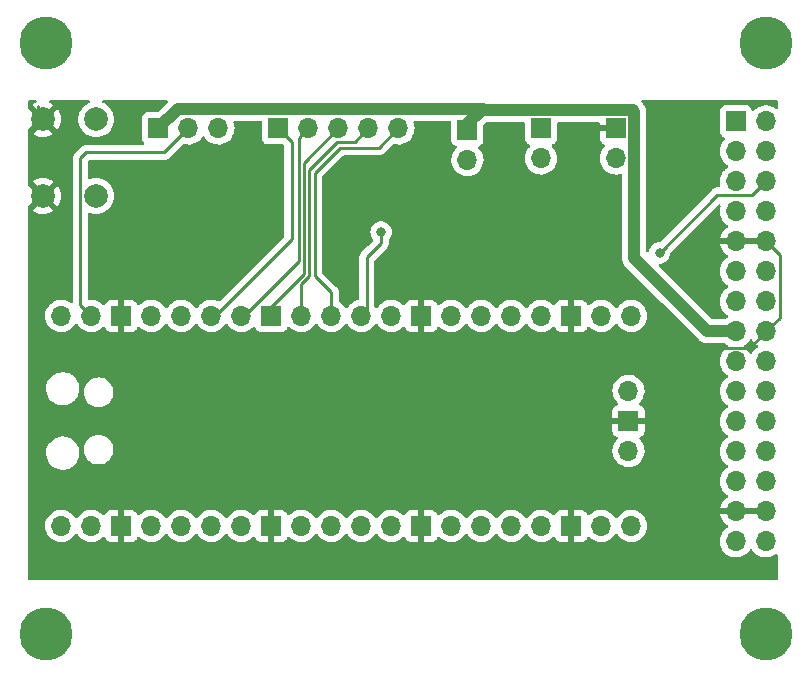
<source format=gbl>
G04 #@! TF.GenerationSoftware,KiCad,Pcbnew,6.0.8-f2edbf62ab~116~ubuntu22.04.1*
G04 #@! TF.CreationDate,2022-11-21T12:08:00-08:00*
G04 #@! TF.ProjectId,pico_pmod_host,7069636f-5f70-46d6-9f64-5f686f73742e,v0.1*
G04 #@! TF.SameCoordinates,Original*
G04 #@! TF.FileFunction,Copper,L2,Bot*
G04 #@! TF.FilePolarity,Positive*
%FSLAX46Y46*%
G04 Gerber Fmt 4.6, Leading zero omitted, Abs format (unit mm)*
G04 Created by KiCad (PCBNEW 6.0.8-f2edbf62ab~116~ubuntu22.04.1) date 2022-11-21 12:08:00*
%MOMM*%
%LPD*%
G01*
G04 APERTURE LIST*
G04 #@! TA.AperFunction,ComponentPad*
%ADD10O,1.700000X1.700000*%
G04 #@! TD*
G04 #@! TA.AperFunction,ComponentPad*
%ADD11R,1.700000X1.700000*%
G04 #@! TD*
G04 #@! TA.AperFunction,ComponentPad*
%ADD12C,2.000000*%
G04 #@! TD*
G04 #@! TA.AperFunction,ViaPad*
%ADD13C,4.500000*%
G04 #@! TD*
G04 #@! TA.AperFunction,ViaPad*
%ADD14C,0.800000*%
G04 #@! TD*
G04 #@! TA.AperFunction,Conductor*
%ADD15C,0.250000*%
G04 #@! TD*
G04 #@! TA.AperFunction,Conductor*
%ADD16C,1.000000*%
G04 #@! TD*
G04 APERTURE END LIST*
D10*
G04 #@! TO.P,U1,1*
G04 #@! TO.N,GPIO_00*
X118135400Y-111125000D03*
G04 #@! TO.P,U1,2*
G04 #@! TO.N,GPIO_01*
X120675400Y-111125000D03*
D11*
G04 #@! TO.P,U1,3*
G04 #@! TO.N,GND*
X123215400Y-111125000D03*
D10*
G04 #@! TO.P,U1,4*
G04 #@! TO.N,GPIO_02*
X125755400Y-111125000D03*
G04 #@! TO.P,U1,5*
G04 #@! TO.N,GPIO_03*
X128295400Y-111125000D03*
G04 #@! TO.P,U1,6*
G04 #@! TO.N,GPIO_04*
X130835400Y-111125000D03*
G04 #@! TO.P,U1,7*
G04 #@! TO.N,GPIO_05*
X133375400Y-111125000D03*
D11*
G04 #@! TO.P,U1,8*
G04 #@! TO.N,GND*
X135915400Y-111125000D03*
D10*
G04 #@! TO.P,U1,9*
G04 #@! TO.N,GPIO_06*
X138455400Y-111125000D03*
G04 #@! TO.P,U1,10*
G04 #@! TO.N,GPIO_07*
X140995400Y-111125000D03*
G04 #@! TO.P,U1,11*
G04 #@! TO.N,GPIO_08*
X143535400Y-111125000D03*
G04 #@! TO.P,U1,12*
G04 #@! TO.N,GPIO_09*
X146075400Y-111125000D03*
D11*
G04 #@! TO.P,U1,13*
G04 #@! TO.N,GND*
X148615400Y-111125000D03*
D10*
G04 #@! TO.P,U1,14*
G04 #@! TO.N,GPIO_10*
X151155400Y-111125000D03*
G04 #@! TO.P,U1,15*
G04 #@! TO.N,GPIO_11*
X153695400Y-111125000D03*
G04 #@! TO.P,U1,16*
G04 #@! TO.N,GPIO_12*
X156235400Y-111125000D03*
G04 #@! TO.P,U1,17*
G04 #@! TO.N,GPIO_13*
X158775400Y-111125000D03*
D11*
G04 #@! TO.P,U1,18*
G04 #@! TO.N,GND*
X161315400Y-111125000D03*
D10*
G04 #@! TO.P,U1,19*
G04 #@! TO.N,GPIO_14*
X163855400Y-111125000D03*
G04 #@! TO.P,U1,20*
G04 #@! TO.N,GPIO_15*
X166395400Y-111125000D03*
G04 #@! TO.P,U1,21*
G04 #@! TO.N,GPIO_16*
X166395400Y-93345000D03*
G04 #@! TO.P,U1,22*
G04 #@! TO.N,GPIO_17*
X163855400Y-93345000D03*
D11*
G04 #@! TO.P,U1,23*
G04 #@! TO.N,GND*
X161315400Y-93345000D03*
D10*
G04 #@! TO.P,U1,24*
G04 #@! TO.N,GPIO_18*
X158775400Y-93345000D03*
G04 #@! TO.P,U1,25*
G04 #@! TO.N,GPIO_19*
X156235400Y-93345000D03*
G04 #@! TO.P,U1,26*
G04 #@! TO.N,GPIO_20*
X153695400Y-93345000D03*
G04 #@! TO.P,U1,27*
G04 #@! TO.N,GPIO_21*
X151155400Y-93345000D03*
D11*
G04 #@! TO.P,U1,28*
G04 #@! TO.N,GND*
X148615400Y-93345000D03*
D10*
G04 #@! TO.P,U1,29*
G04 #@! TO.N,GPIO_22*
X146075400Y-93345000D03*
G04 #@! TO.P,U1,30*
G04 #@! TO.N,Pico_Run*
X143535400Y-93345000D03*
G04 #@! TO.P,U1,31*
G04 #@! TO.N,ADC0*
X140995400Y-93345000D03*
G04 #@! TO.P,U1,32*
G04 #@! TO.N,ADC1*
X138455400Y-93345000D03*
D11*
G04 #@! TO.P,U1,33*
G04 #@! TO.N,AGND*
X135915400Y-93345000D03*
D10*
G04 #@! TO.P,U1,34*
G04 #@! TO.N,ADC2*
X133375400Y-93345000D03*
G04 #@! TO.P,U1,35*
G04 #@! TO.N,ADC_VREF*
X130835400Y-93345000D03*
G04 #@! TO.P,U1,36*
G04 #@! TO.N,Pico_3V3*
X128295400Y-93345000D03*
G04 #@! TO.P,U1,37*
G04 #@! TO.N,Pico_3v3_EN*
X125755400Y-93345000D03*
D11*
G04 #@! TO.P,U1,38*
G04 #@! TO.N,GND*
X123215400Y-93345000D03*
D10*
G04 #@! TO.P,U1,39*
G04 #@! TO.N,Pico_VSYS*
X120675400Y-93345000D03*
G04 #@! TO.P,U1,40*
G04 #@! TO.N,Pico_VBUS*
X118135400Y-93345000D03*
G04 #@! TO.P,U1,41*
G04 #@! TO.N,Net-(U1-Pad41)*
X166165400Y-104775000D03*
D11*
G04 #@! TO.P,U1,42*
G04 #@! TO.N,GND*
X166165400Y-102235000D03*
D10*
G04 #@! TO.P,U1,43*
G04 #@! TO.N,Net-(U1-Pad43)*
X166165400Y-99695000D03*
G04 #@! TD*
D11*
G04 #@! TO.P,J1,1*
G04 #@! TO.N,GPIO_21*
X175260000Y-76873100D03*
D10*
G04 #@! TO.P,J1,2*
G04 #@! TO.N,GPIO_20*
X177800000Y-76873100D03*
G04 #@! TO.P,J1,3*
G04 #@! TO.N,GPIO_19*
X175260000Y-79413100D03*
G04 #@! TO.P,J1,4*
G04 #@! TO.N,GPIO_18*
X177800000Y-79413100D03*
G04 #@! TO.P,J1,5*
G04 #@! TO.N,GPIO_17*
X175260000Y-81953100D03*
G04 #@! TO.P,J1,6*
G04 #@! TO.N,GPIO_16*
X177800000Y-81953100D03*
G04 #@! TO.P,J1,7*
G04 #@! TO.N,GPIO_03*
X175260000Y-84493100D03*
G04 #@! TO.P,J1,8*
G04 #@! TO.N,GPIO_02*
X177800000Y-84493100D03*
G04 #@! TO.P,J1,9*
G04 #@! TO.N,GND*
X175260000Y-87033100D03*
G04 #@! TO.P,J1,10*
X177800000Y-87033100D03*
G04 #@! TO.P,J1,11*
G04 #@! TO.N,+3V3*
X175260000Y-89573100D03*
G04 #@! TO.P,J1,12*
X177800000Y-89573100D03*
G04 #@! TO.P,J1,13*
G04 #@! TO.N,GPIO_05*
X175260000Y-92113100D03*
G04 #@! TO.P,J1,14*
G04 #@! TO.N,GPIO_04*
X177800000Y-92113100D03*
G04 #@! TO.P,J1,15*
G04 #@! TO.N,+5V*
X175260000Y-94653100D03*
G04 #@! TO.P,J1,16*
G04 #@! TO.N,GND*
X177800000Y-94653100D03*
G04 #@! TO.P,J1,17*
G04 #@! TO.N,GPIO_07*
X175260000Y-97193100D03*
G04 #@! TO.P,J1,18*
G04 #@! TO.N,GPIO_06*
X177800000Y-97193100D03*
G04 #@! TO.P,J1,19*
G04 #@! TO.N,GPIO_09*
X175260000Y-99733100D03*
G04 #@! TO.P,J1,20*
G04 #@! TO.N,GPIO_08*
X177800000Y-99733100D03*
G04 #@! TO.P,J1,21*
G04 #@! TO.N,GPIO_11*
X175260000Y-102273100D03*
G04 #@! TO.P,J1,22*
G04 #@! TO.N,GPIO_10*
X177800000Y-102273100D03*
G04 #@! TO.P,J1,23*
G04 #@! TO.N,GPIO_13*
X175260000Y-104813100D03*
G04 #@! TO.P,J1,24*
G04 #@! TO.N,GPIO_12*
X177800000Y-104813100D03*
G04 #@! TO.P,J1,25*
G04 #@! TO.N,GPIO_15*
X175260000Y-107353100D03*
G04 #@! TO.P,J1,26*
G04 #@! TO.N,GPIO_14*
X177800000Y-107353100D03*
G04 #@! TO.P,J1,27*
G04 #@! TO.N,GND*
X175260000Y-109893100D03*
G04 #@! TO.P,J1,28*
X177800000Y-109893100D03*
G04 #@! TO.P,J1,29*
G04 #@! TO.N,+3V3*
X175260000Y-112433100D03*
G04 #@! TO.P,J1,30*
X177800000Y-112433100D03*
G04 #@! TD*
D11*
G04 #@! TO.P,J2,1*
G04 #@! TO.N,+5V*
X152527000Y-77597000D03*
D10*
G04 #@! TO.P,J2,2*
G04 #@! TO.N,Pico_VBUS*
X152527000Y-80137000D03*
G04 #@! TD*
D11*
G04 #@! TO.P,J3,1*
G04 #@! TO.N,+3V3*
X158750000Y-77470000D03*
D10*
G04 #@! TO.P,J3,2*
G04 #@! TO.N,Pico_3V3*
X158750000Y-80010000D03*
G04 #@! TD*
D11*
G04 #@! TO.P,J4,1*
G04 #@! TO.N,GND*
X165100000Y-77470000D03*
D10*
G04 #@! TO.P,J4,2*
G04 #@! TO.N,Pico_3v3_EN*
X165100000Y-80010000D03*
G04 #@! TD*
D11*
G04 #@! TO.P,J5,1*
G04 #@! TO.N,+5V*
X126365000Y-77470000D03*
D10*
G04 #@! TO.P,J5,2*
G04 #@! TO.N,Pico_VSYS*
X128905000Y-77470000D03*
G04 #@! TO.P,J5,3*
G04 #@! TO.N,+3V3*
X131445000Y-77470000D03*
G04 #@! TD*
D11*
G04 #@! TO.P,J7,1*
G04 #@! TO.N,ADC_VREF*
X136525000Y-77470000D03*
D10*
G04 #@! TO.P,J7,2*
G04 #@! TO.N,ADC2*
X139065000Y-77470000D03*
G04 #@! TO.P,J7,3*
G04 #@! TO.N,AGND*
X141605000Y-77470000D03*
G04 #@! TO.P,J7,4*
G04 #@! TO.N,ADC1*
X144145000Y-77470000D03*
G04 #@! TO.P,J7,5*
G04 #@! TO.N,ADC0*
X146685000Y-77470000D03*
G04 #@! TD*
D12*
G04 #@! TO.P,SW1,1*
G04 #@! TO.N,GND*
X116586000Y-83185000D03*
X116586000Y-76685000D03*
G04 #@! TO.P,SW1,2*
G04 #@! TO.N,Pico_Run*
X121086000Y-83185000D03*
X121086000Y-76685000D03*
G04 #@! TD*
D13*
G04 #@! TO.N,*
X177800000Y-120300000D03*
X177800000Y-70200000D03*
X116840000Y-70200000D03*
X116840000Y-120300000D03*
D14*
G04 #@! TO.N,GND*
X173482000Y-114935000D03*
X168900000Y-76700000D03*
X168275000Y-114935000D03*
X178308000Y-114935000D03*
G04 #@! TO.N,GPIO_16*
X168800000Y-88000000D03*
G04 #@! TO.N,Pico_Run*
X145224500Y-86233000D03*
G04 #@! TD*
D15*
G04 #@! TO.N,GND*
X177800000Y-94653100D02*
X176435001Y-96018099D01*
X178975001Y-88208101D02*
X178975001Y-93478099D01*
X176435001Y-96018099D02*
X173618099Y-96018099D01*
X116205000Y-75565000D02*
X116205000Y-76304000D01*
X177800000Y-87033100D02*
X178975001Y-88208101D01*
X116205000Y-76304000D02*
X116586000Y-76685000D01*
X178975001Y-93478099D02*
X177800000Y-94653100D01*
D16*
G04 #@! TO.N,+5V*
X166510001Y-75919999D02*
X153950001Y-75919999D01*
X153823001Y-75792999D02*
X128042001Y-75792999D01*
X166650001Y-88450001D02*
X172853100Y-94653100D01*
X153950001Y-75919999D02*
X153823001Y-75792999D01*
X172853100Y-94653100D02*
X175260000Y-94653100D01*
X128042001Y-75792999D02*
X126365000Y-77470000D01*
X152527000Y-77597000D02*
X152527000Y-77089000D01*
X166650001Y-76059999D02*
X166650001Y-88450001D01*
X166510001Y-75919999D02*
X166650001Y-76059999D01*
X152527000Y-77089000D02*
X153823001Y-75792999D01*
D15*
G04 #@! TO.N,GPIO_16*
X168800000Y-88000000D02*
X173700000Y-83100000D01*
X174695999Y-83128101D02*
X176624999Y-83128101D01*
X173700000Y-83100000D02*
X174667898Y-83100000D01*
X174667898Y-83100000D02*
X174695999Y-83128101D01*
X176624999Y-83128101D02*
X177800000Y-81953100D01*
G04 #@! TO.N,Pico_VSYS*
X120269000Y-79502000D02*
X126873000Y-79502000D01*
X119760999Y-80010001D02*
X120269000Y-79502000D01*
X120675400Y-93345000D02*
X119760999Y-92430599D01*
X126873000Y-79502000D02*
X128905000Y-77470000D01*
X119760999Y-92430599D02*
X119760999Y-80010001D01*
G04 #@! TO.N,Pico_Run*
X145224500Y-87185500D02*
X144018000Y-88392000D01*
X144018000Y-88392000D02*
X144018000Y-92862400D01*
X144018000Y-92862400D02*
X143535400Y-93345000D01*
X145224500Y-86233000D02*
X145224500Y-87185500D01*
G04 #@! TO.N,ADC0*
X139584020Y-89927020D02*
X139584020Y-81268980D01*
X145059989Y-79095011D02*
X143992011Y-79095011D01*
X146685000Y-77470000D02*
X145059989Y-79095011D01*
X139584020Y-81268980D02*
X141757989Y-79095011D01*
X141757989Y-79095011D02*
X143992011Y-79095011D01*
X140995400Y-93345000D02*
X140995400Y-91338400D01*
X140995400Y-91338400D02*
X139584020Y-89927020D01*
G04 #@! TO.N,ADC1*
X141445999Y-78645001D02*
X142969999Y-78645001D01*
X138455400Y-90654010D02*
X139134010Y-89975400D01*
X139134010Y-80956990D02*
X141445999Y-78645001D01*
X139134010Y-89975400D02*
X139134010Y-80956990D01*
X142969999Y-78645001D02*
X144145000Y-77470000D01*
X138455400Y-93345000D02*
X138455400Y-90654010D01*
G04 #@! TO.N,AGND*
X135915400Y-93345000D02*
X135915400Y-92557600D01*
X135915400Y-92557600D02*
X138684000Y-89789000D01*
X138684000Y-89789000D02*
X138684000Y-80391000D01*
X138684000Y-80391000D02*
X141605000Y-77470000D01*
G04 #@! TO.N,ADC2*
X133604000Y-93345000D02*
X138233990Y-88715010D01*
X138233990Y-78301010D02*
X139065000Y-77470000D01*
X138233990Y-88715010D02*
X138233990Y-78301010D01*
X133375400Y-93345000D02*
X133604000Y-93345000D01*
G04 #@! TO.N,ADC_VREF*
X137668000Y-78613000D02*
X136525000Y-77470000D01*
X131191000Y-93345000D02*
X137668000Y-86868000D01*
X130835400Y-93345000D02*
X131191000Y-93345000D01*
X137668000Y-86868000D02*
X137668000Y-78613000D01*
G04 #@! TD*
G04 #@! TA.AperFunction,Conductor*
G04 #@! TO.N,GND*
G36*
X116010421Y-75077002D02*
G01*
X116056914Y-75130658D01*
X116067018Y-75200932D01*
X116037524Y-75265512D01*
X115990518Y-75299409D01*
X115903837Y-75335313D01*
X115895042Y-75339795D01*
X115727555Y-75442432D01*
X115718093Y-75452890D01*
X115721876Y-75461666D01*
X116573188Y-76312978D01*
X116587132Y-76320592D01*
X116588965Y-76320461D01*
X116595580Y-76316210D01*
X117447080Y-75464710D01*
X117453840Y-75452330D01*
X117448113Y-75444680D01*
X117276958Y-75339795D01*
X117268163Y-75335313D01*
X117181482Y-75299409D01*
X117126201Y-75254861D01*
X117103780Y-75187498D01*
X117121338Y-75118706D01*
X117173300Y-75070328D01*
X117229700Y-75057000D01*
X120440993Y-75057000D01*
X120509114Y-75077002D01*
X120555607Y-75130658D01*
X120565711Y-75200932D01*
X120536217Y-75265512D01*
X120489211Y-75299409D01*
X120403611Y-75334865D01*
X120403607Y-75334867D01*
X120399037Y-75336760D01*
X120394817Y-75339346D01*
X120200798Y-75458241D01*
X120200792Y-75458245D01*
X120196584Y-75460824D01*
X120016031Y-75615031D01*
X119861824Y-75795584D01*
X119859245Y-75799792D01*
X119859241Y-75799798D01*
X119790003Y-75912784D01*
X119737760Y-75998037D01*
X119735867Y-76002607D01*
X119735865Y-76002611D01*
X119668091Y-76166233D01*
X119646895Y-76217406D01*
X119645740Y-76222218D01*
X119611195Y-76366109D01*
X119591465Y-76448289D01*
X119572835Y-76685000D01*
X119591465Y-76921711D01*
X119592619Y-76926518D01*
X119592620Y-76926524D01*
X119623950Y-77057022D01*
X119646895Y-77152594D01*
X119648788Y-77157165D01*
X119648789Y-77157167D01*
X119735772Y-77367163D01*
X119737760Y-77371963D01*
X119740346Y-77376183D01*
X119859241Y-77570202D01*
X119859245Y-77570208D01*
X119861824Y-77574416D01*
X120016031Y-77754969D01*
X120196584Y-77909176D01*
X120200792Y-77911755D01*
X120200798Y-77911759D01*
X120332298Y-77992342D01*
X120399037Y-78033240D01*
X120403607Y-78035133D01*
X120403611Y-78035135D01*
X120613833Y-78122211D01*
X120618406Y-78124105D01*
X120698609Y-78143360D01*
X120844476Y-78178380D01*
X120844482Y-78178381D01*
X120849289Y-78179535D01*
X121086000Y-78198165D01*
X121322711Y-78179535D01*
X121327518Y-78178381D01*
X121327524Y-78178380D01*
X121473391Y-78143360D01*
X121553594Y-78124105D01*
X121558167Y-78122211D01*
X121768389Y-78035135D01*
X121768393Y-78035133D01*
X121772963Y-78033240D01*
X121839702Y-77992342D01*
X121971202Y-77911759D01*
X121971208Y-77911755D01*
X121975416Y-77909176D01*
X122155969Y-77754969D01*
X122310176Y-77574416D01*
X122312755Y-77570208D01*
X122312759Y-77570202D01*
X122431654Y-77376183D01*
X122434240Y-77371963D01*
X122436229Y-77367163D01*
X122523211Y-77157167D01*
X122523212Y-77157165D01*
X122525105Y-77152594D01*
X122548050Y-77057022D01*
X122579380Y-76926524D01*
X122579381Y-76926518D01*
X122580535Y-76921711D01*
X122599165Y-76685000D01*
X122580535Y-76448289D01*
X122560806Y-76366109D01*
X122526260Y-76222218D01*
X122525105Y-76217406D01*
X122503909Y-76166233D01*
X122436135Y-76002611D01*
X122436133Y-76002607D01*
X122434240Y-75998037D01*
X122381997Y-75912784D01*
X122312759Y-75799798D01*
X122312755Y-75799792D01*
X122310176Y-75795584D01*
X122155969Y-75615031D01*
X121975416Y-75460824D01*
X121971208Y-75458245D01*
X121971202Y-75458241D01*
X121777183Y-75339346D01*
X121772963Y-75336760D01*
X121768393Y-75334867D01*
X121768389Y-75334865D01*
X121682789Y-75299409D01*
X121627508Y-75254861D01*
X121605087Y-75187498D01*
X121622645Y-75118706D01*
X121674607Y-75070328D01*
X121731007Y-75057000D01*
X127047576Y-75057000D01*
X127115697Y-75077002D01*
X127162190Y-75130658D01*
X127172294Y-75200932D01*
X127142800Y-75265512D01*
X127136671Y-75272095D01*
X126334171Y-76074595D01*
X126271859Y-76108621D01*
X126245076Y-76111500D01*
X125466866Y-76111500D01*
X125404684Y-76118255D01*
X125268295Y-76169385D01*
X125151739Y-76256739D01*
X125064385Y-76373295D01*
X125013255Y-76509684D01*
X125006500Y-76571866D01*
X125006500Y-78368134D01*
X125013255Y-78430316D01*
X125064385Y-78566705D01*
X125069770Y-78573890D01*
X125069771Y-78573892D01*
X125139503Y-78666935D01*
X125164351Y-78733442D01*
X125149298Y-78802824D01*
X125099124Y-78853054D01*
X125038677Y-78868500D01*
X120347767Y-78868500D01*
X120336584Y-78867973D01*
X120329091Y-78866298D01*
X120321165Y-78866547D01*
X120321164Y-78866547D01*
X120261001Y-78868438D01*
X120257043Y-78868500D01*
X120229144Y-78868500D01*
X120225154Y-78869004D01*
X120213320Y-78869936D01*
X120169111Y-78871326D01*
X120161497Y-78873538D01*
X120161492Y-78873539D01*
X120149659Y-78876977D01*
X120130296Y-78880988D01*
X120110203Y-78883526D01*
X120102836Y-78886443D01*
X120102831Y-78886444D01*
X120069092Y-78899802D01*
X120057865Y-78903646D01*
X120015407Y-78915982D01*
X120008581Y-78920019D01*
X119997972Y-78926293D01*
X119980224Y-78934988D01*
X119961383Y-78942448D01*
X119954967Y-78947110D01*
X119954966Y-78947110D01*
X119925613Y-78968436D01*
X119915693Y-78974952D01*
X119884465Y-78993420D01*
X119884462Y-78993422D01*
X119877638Y-78997458D01*
X119863317Y-79011779D01*
X119848284Y-79024619D01*
X119831893Y-79036528D01*
X119820138Y-79050738D01*
X119803712Y-79070593D01*
X119795722Y-79079374D01*
X119368741Y-79506354D01*
X119360462Y-79513888D01*
X119353981Y-79518001D01*
X119307356Y-79567652D01*
X119304601Y-79570494D01*
X119284864Y-79590231D01*
X119282384Y-79593428D01*
X119274681Y-79602448D01*
X119244413Y-79634680D01*
X119240594Y-79641626D01*
X119240592Y-79641629D01*
X119234651Y-79652435D01*
X119223800Y-79668954D01*
X119211385Y-79684960D01*
X119208240Y-79692229D01*
X119208237Y-79692233D01*
X119193825Y-79725538D01*
X119188608Y-79736188D01*
X119167304Y-79774941D01*
X119165333Y-79782616D01*
X119165333Y-79782617D01*
X119162266Y-79794563D01*
X119155862Y-79813267D01*
X119147818Y-79831856D01*
X119146579Y-79839679D01*
X119146576Y-79839689D01*
X119140900Y-79875525D01*
X119138494Y-79887145D01*
X119130182Y-79919522D01*
X119127499Y-79929971D01*
X119127499Y-79950225D01*
X119125948Y-79969935D01*
X119122779Y-79989944D01*
X119123525Y-79997836D01*
X119126940Y-80033962D01*
X119127499Y-80045820D01*
X119127499Y-92137290D01*
X119107497Y-92205411D01*
X119053841Y-92251904D01*
X118983567Y-92262008D01*
X118923406Y-92236171D01*
X118893815Y-92212801D01*
X118893813Y-92212800D01*
X118889759Y-92209598D01*
X118885231Y-92207098D01*
X118833345Y-92178456D01*
X118694189Y-92101638D01*
X118689320Y-92099914D01*
X118689316Y-92099912D01*
X118488487Y-92028795D01*
X118488483Y-92028794D01*
X118483612Y-92027069D01*
X118478519Y-92026162D01*
X118478516Y-92026161D01*
X118268773Y-91988800D01*
X118268767Y-91988799D01*
X118263684Y-91987894D01*
X118189852Y-91986992D01*
X118045481Y-91985228D01*
X118045479Y-91985228D01*
X118040311Y-91985165D01*
X117819491Y-92018955D01*
X117607156Y-92088357D01*
X117576843Y-92104137D01*
X117433375Y-92178822D01*
X117409007Y-92191507D01*
X117404874Y-92194610D01*
X117404871Y-92194612D01*
X117234500Y-92322530D01*
X117230365Y-92325635D01*
X117196897Y-92360657D01*
X117119129Y-92442037D01*
X117076029Y-92487138D01*
X116950143Y-92671680D01*
X116856088Y-92874305D01*
X116796389Y-93089570D01*
X116772651Y-93311695D01*
X116772948Y-93316848D01*
X116772948Y-93316851D01*
X116780306Y-93444464D01*
X116785510Y-93534715D01*
X116786647Y-93539761D01*
X116786648Y-93539767D01*
X116795607Y-93579518D01*
X116834622Y-93752639D01*
X116872861Y-93846811D01*
X116915009Y-93950609D01*
X116918666Y-93959616D01*
X116956085Y-94020678D01*
X117032691Y-94145688D01*
X117035387Y-94150088D01*
X117181650Y-94318938D01*
X117353526Y-94461632D01*
X117546400Y-94574338D01*
X117755092Y-94654030D01*
X117760160Y-94655061D01*
X117760163Y-94655062D01*
X117867417Y-94676883D01*
X117973997Y-94698567D01*
X117979172Y-94698757D01*
X117979174Y-94698757D01*
X118192073Y-94706564D01*
X118192077Y-94706564D01*
X118197237Y-94706753D01*
X118202357Y-94706097D01*
X118202359Y-94706097D01*
X118413688Y-94679025D01*
X118413689Y-94679025D01*
X118418816Y-94678368D01*
X118423766Y-94676883D01*
X118627829Y-94615661D01*
X118627834Y-94615659D01*
X118632784Y-94614174D01*
X118833394Y-94515896D01*
X119015260Y-94386173D01*
X119173496Y-94228489D01*
X119232994Y-94145689D01*
X119303853Y-94047077D01*
X119305176Y-94048028D01*
X119352045Y-94004857D01*
X119421980Y-93992625D01*
X119487426Y-94020144D01*
X119515275Y-94051994D01*
X119575387Y-94150088D01*
X119721650Y-94318938D01*
X119893526Y-94461632D01*
X120086400Y-94574338D01*
X120295092Y-94654030D01*
X120300160Y-94655061D01*
X120300163Y-94655062D01*
X120407417Y-94676883D01*
X120513997Y-94698567D01*
X120519172Y-94698757D01*
X120519174Y-94698757D01*
X120732073Y-94706564D01*
X120732077Y-94706564D01*
X120737237Y-94706753D01*
X120742357Y-94706097D01*
X120742359Y-94706097D01*
X120953688Y-94679025D01*
X120953689Y-94679025D01*
X120958816Y-94678368D01*
X120963766Y-94676883D01*
X121167829Y-94615661D01*
X121167834Y-94615659D01*
X121172784Y-94614174D01*
X121373394Y-94515896D01*
X121555260Y-94386173D01*
X121622731Y-94318938D01*
X121663879Y-94277933D01*
X121726251Y-94244017D01*
X121797058Y-94249205D01*
X121853819Y-94291851D01*
X121870801Y-94322954D01*
X121912076Y-94433054D01*
X121920614Y-94448649D01*
X121997115Y-94550724D01*
X122009676Y-94563285D01*
X122111751Y-94639786D01*
X122127346Y-94648324D01*
X122247794Y-94693478D01*
X122263049Y-94697105D01*
X122313914Y-94702631D01*
X122320728Y-94703000D01*
X122943285Y-94703000D01*
X122958524Y-94698525D01*
X122959729Y-94697135D01*
X122961400Y-94689452D01*
X122961400Y-92005116D01*
X122956925Y-91989877D01*
X122955535Y-91988672D01*
X122947852Y-91987001D01*
X122320731Y-91987001D01*
X122313910Y-91987371D01*
X122263048Y-91992895D01*
X122247796Y-91996521D01*
X122127346Y-92041676D01*
X122111751Y-92050214D01*
X122009676Y-92126715D01*
X121997115Y-92139276D01*
X121920614Y-92241351D01*
X121912076Y-92256946D01*
X121870697Y-92367322D01*
X121828055Y-92424087D01*
X121761493Y-92448786D01*
X121692144Y-92433578D01*
X121659521Y-92407891D01*
X121608551Y-92351876D01*
X121608545Y-92351870D01*
X121605070Y-92348051D01*
X121601019Y-92344852D01*
X121601015Y-92344848D01*
X121433814Y-92212800D01*
X121433810Y-92212798D01*
X121429759Y-92209598D01*
X121425231Y-92207098D01*
X121373345Y-92178456D01*
X121234189Y-92101638D01*
X121229320Y-92099914D01*
X121229316Y-92099912D01*
X121028487Y-92028795D01*
X121028483Y-92028794D01*
X121023612Y-92027069D01*
X121018519Y-92026162D01*
X121018516Y-92026161D01*
X120808773Y-91988800D01*
X120808767Y-91988799D01*
X120803684Y-91987894D01*
X120729852Y-91986992D01*
X120585481Y-91985228D01*
X120585479Y-91985228D01*
X120580311Y-91985165D01*
X120539558Y-91991401D01*
X120469195Y-91981933D01*
X120415121Y-91935927D01*
X120394499Y-91866851D01*
X120394499Y-84719932D01*
X120414501Y-84651811D01*
X120468157Y-84605318D01*
X120538431Y-84595214D01*
X120568715Y-84603522D01*
X120573050Y-84605318D01*
X120612682Y-84621734D01*
X120618406Y-84624105D01*
X120698609Y-84643360D01*
X120844476Y-84678380D01*
X120844482Y-84678381D01*
X120849289Y-84679535D01*
X121086000Y-84698165D01*
X121322711Y-84679535D01*
X121327518Y-84678381D01*
X121327524Y-84678380D01*
X121473391Y-84643360D01*
X121553594Y-84624105D01*
X121558167Y-84622211D01*
X121768389Y-84535135D01*
X121768393Y-84535133D01*
X121772963Y-84533240D01*
X121777916Y-84530205D01*
X121971202Y-84411759D01*
X121971208Y-84411755D01*
X121975416Y-84409176D01*
X122155969Y-84254969D01*
X122310176Y-84074416D01*
X122312755Y-84070208D01*
X122312759Y-84070202D01*
X122431654Y-83876183D01*
X122434240Y-83871963D01*
X122436229Y-83867163D01*
X122523211Y-83657167D01*
X122523212Y-83657165D01*
X122525105Y-83652594D01*
X122580535Y-83421711D01*
X122599165Y-83185000D01*
X122580535Y-82948289D01*
X122525105Y-82717406D01*
X122499329Y-82655177D01*
X122436135Y-82502611D01*
X122436133Y-82502607D01*
X122434240Y-82498037D01*
X122423513Y-82480532D01*
X122312759Y-82299798D01*
X122312755Y-82299792D01*
X122310176Y-82295584D01*
X122155969Y-82115031D01*
X121975416Y-81960824D01*
X121971208Y-81958245D01*
X121971202Y-81958241D01*
X121777183Y-81839346D01*
X121772963Y-81836760D01*
X121768393Y-81834867D01*
X121768389Y-81834865D01*
X121558167Y-81747789D01*
X121558165Y-81747788D01*
X121553594Y-81745895D01*
X121473391Y-81726640D01*
X121327524Y-81691620D01*
X121327518Y-81691619D01*
X121322711Y-81690465D01*
X121086000Y-81671835D01*
X120849289Y-81690465D01*
X120844482Y-81691619D01*
X120844476Y-81691620D01*
X120698609Y-81726640D01*
X120618406Y-81745895D01*
X120613835Y-81747788D01*
X120613833Y-81747789D01*
X120595898Y-81755218D01*
X120568716Y-81766477D01*
X120498128Y-81774066D01*
X120434641Y-81742287D01*
X120398413Y-81681229D01*
X120394499Y-81650068D01*
X120394499Y-80324596D01*
X120414501Y-80256475D01*
X120431404Y-80235500D01*
X120494501Y-80172404D01*
X120556814Y-80138379D01*
X120583596Y-80135500D01*
X126794233Y-80135500D01*
X126805416Y-80136027D01*
X126812909Y-80137702D01*
X126820835Y-80137453D01*
X126820836Y-80137453D01*
X126880986Y-80135562D01*
X126884945Y-80135500D01*
X126912856Y-80135500D01*
X126916791Y-80135003D01*
X126916856Y-80134995D01*
X126928693Y-80134062D01*
X126960951Y-80133048D01*
X126964970Y-80132922D01*
X126972889Y-80132673D01*
X126992343Y-80127021D01*
X127011700Y-80123013D01*
X127023930Y-80121468D01*
X127023931Y-80121468D01*
X127031797Y-80120474D01*
X127039168Y-80117555D01*
X127039170Y-80117555D01*
X127072912Y-80104196D01*
X127084142Y-80100351D01*
X127118983Y-80090229D01*
X127118984Y-80090229D01*
X127126593Y-80088018D01*
X127133412Y-80083985D01*
X127133417Y-80083983D01*
X127144028Y-80077707D01*
X127161776Y-80069012D01*
X127180617Y-80061552D01*
X127216387Y-80035564D01*
X127226307Y-80029048D01*
X127257535Y-80010580D01*
X127257538Y-80010578D01*
X127264362Y-80006542D01*
X127278683Y-79992221D01*
X127293717Y-79979380D01*
X127310107Y-79967472D01*
X127338298Y-79933395D01*
X127346288Y-79924616D01*
X128449549Y-78821355D01*
X128511861Y-78787329D01*
X128563762Y-78786979D01*
X128743597Y-78823567D01*
X128748772Y-78823757D01*
X128748774Y-78823757D01*
X128961673Y-78831564D01*
X128961677Y-78831564D01*
X128966837Y-78831753D01*
X128971957Y-78831097D01*
X128971959Y-78831097D01*
X129183288Y-78804025D01*
X129183289Y-78804025D01*
X129188416Y-78803368D01*
X129227434Y-78791662D01*
X129397429Y-78740661D01*
X129397434Y-78740659D01*
X129402384Y-78739174D01*
X129602994Y-78640896D01*
X129784860Y-78511173D01*
X129943096Y-78353489D01*
X129992136Y-78285243D01*
X130073453Y-78172077D01*
X130074776Y-78173028D01*
X130121645Y-78129857D01*
X130191580Y-78117625D01*
X130257026Y-78145144D01*
X130284875Y-78176994D01*
X130344987Y-78275088D01*
X130491250Y-78443938D01*
X130663126Y-78586632D01*
X130856000Y-78699338D01*
X130860825Y-78701180D01*
X130860826Y-78701181D01*
X130933612Y-78728975D01*
X131064692Y-78779030D01*
X131069760Y-78780061D01*
X131069763Y-78780062D01*
X131177017Y-78801883D01*
X131283597Y-78823567D01*
X131288772Y-78823757D01*
X131288774Y-78823757D01*
X131501673Y-78831564D01*
X131501677Y-78831564D01*
X131506837Y-78831753D01*
X131511957Y-78831097D01*
X131511959Y-78831097D01*
X131723288Y-78804025D01*
X131723289Y-78804025D01*
X131728416Y-78803368D01*
X131767434Y-78791662D01*
X131937429Y-78740661D01*
X131937434Y-78740659D01*
X131942384Y-78739174D01*
X132142994Y-78640896D01*
X132324860Y-78511173D01*
X132483096Y-78353489D01*
X132532136Y-78285243D01*
X132610435Y-78176277D01*
X132613453Y-78172077D01*
X132628183Y-78142274D01*
X132710136Y-77976453D01*
X132710137Y-77976451D01*
X132712430Y-77971811D01*
X132756865Y-77825560D01*
X132775865Y-77763023D01*
X132775865Y-77763021D01*
X132777370Y-77758069D01*
X132806529Y-77536590D01*
X132808156Y-77470000D01*
X132789852Y-77247361D01*
X132735431Y-77030702D01*
X132712403Y-76977741D01*
X132703582Y-76907295D01*
X132734248Y-76843263D01*
X132794665Y-76805976D01*
X132827952Y-76801499D01*
X135040500Y-76801499D01*
X135108621Y-76821501D01*
X135155114Y-76875157D01*
X135166500Y-76927499D01*
X135166500Y-78368134D01*
X135173255Y-78430316D01*
X135224385Y-78566705D01*
X135311739Y-78683261D01*
X135428295Y-78770615D01*
X135564684Y-78821745D01*
X135626866Y-78828500D01*
X136908500Y-78828500D01*
X136976621Y-78848502D01*
X137023114Y-78902158D01*
X137034500Y-78954500D01*
X137034500Y-86553405D01*
X137014498Y-86621526D01*
X136997595Y-86642500D01*
X131554160Y-92085935D01*
X131491848Y-92119961D01*
X131421033Y-92114896D01*
X131404171Y-92107148D01*
X131398719Y-92104138D01*
X131398713Y-92104135D01*
X131394189Y-92101638D01*
X131389320Y-92099914D01*
X131389316Y-92099912D01*
X131188487Y-92028795D01*
X131188483Y-92028794D01*
X131183612Y-92027069D01*
X131178519Y-92026162D01*
X131178516Y-92026161D01*
X130968773Y-91988800D01*
X130968767Y-91988799D01*
X130963684Y-91987894D01*
X130889852Y-91986992D01*
X130745481Y-91985228D01*
X130745479Y-91985228D01*
X130740311Y-91985165D01*
X130519491Y-92018955D01*
X130307156Y-92088357D01*
X130276843Y-92104137D01*
X130133375Y-92178822D01*
X130109007Y-92191507D01*
X130104874Y-92194610D01*
X130104871Y-92194612D01*
X129934500Y-92322530D01*
X129930365Y-92325635D01*
X129896897Y-92360657D01*
X129819129Y-92442037D01*
X129776029Y-92487138D01*
X129668601Y-92644621D01*
X129613693Y-92689621D01*
X129543168Y-92697792D01*
X129479421Y-92666538D01*
X129458724Y-92642054D01*
X129378222Y-92517617D01*
X129378220Y-92517614D01*
X129375414Y-92513277D01*
X129225070Y-92348051D01*
X129221019Y-92344852D01*
X129221015Y-92344848D01*
X129053814Y-92212800D01*
X129053810Y-92212798D01*
X129049759Y-92209598D01*
X129045231Y-92207098D01*
X128993345Y-92178456D01*
X128854189Y-92101638D01*
X128849320Y-92099914D01*
X128849316Y-92099912D01*
X128648487Y-92028795D01*
X128648483Y-92028794D01*
X128643612Y-92027069D01*
X128638519Y-92026162D01*
X128638516Y-92026161D01*
X128428773Y-91988800D01*
X128428767Y-91988799D01*
X128423684Y-91987894D01*
X128349852Y-91986992D01*
X128205481Y-91985228D01*
X128205479Y-91985228D01*
X128200311Y-91985165D01*
X127979491Y-92018955D01*
X127767156Y-92088357D01*
X127736843Y-92104137D01*
X127593375Y-92178822D01*
X127569007Y-92191507D01*
X127564874Y-92194610D01*
X127564871Y-92194612D01*
X127394500Y-92322530D01*
X127390365Y-92325635D01*
X127356897Y-92360657D01*
X127279129Y-92442037D01*
X127236029Y-92487138D01*
X127128601Y-92644621D01*
X127073693Y-92689621D01*
X127003168Y-92697792D01*
X126939421Y-92666538D01*
X126918724Y-92642054D01*
X126838222Y-92517617D01*
X126838220Y-92517614D01*
X126835414Y-92513277D01*
X126685070Y-92348051D01*
X126681019Y-92344852D01*
X126681015Y-92344848D01*
X126513814Y-92212800D01*
X126513810Y-92212798D01*
X126509759Y-92209598D01*
X126505231Y-92207098D01*
X126453345Y-92178456D01*
X126314189Y-92101638D01*
X126309320Y-92099914D01*
X126309316Y-92099912D01*
X126108487Y-92028795D01*
X126108483Y-92028794D01*
X126103612Y-92027069D01*
X126098519Y-92026162D01*
X126098516Y-92026161D01*
X125888773Y-91988800D01*
X125888767Y-91988799D01*
X125883684Y-91987894D01*
X125809852Y-91986992D01*
X125665481Y-91985228D01*
X125665479Y-91985228D01*
X125660311Y-91985165D01*
X125439491Y-92018955D01*
X125227156Y-92088357D01*
X125196843Y-92104137D01*
X125053375Y-92178822D01*
X125029007Y-92191507D01*
X125024874Y-92194610D01*
X125024871Y-92194612D01*
X124854500Y-92322530D01*
X124850365Y-92325635D01*
X124846793Y-92329373D01*
X124769298Y-92410466D01*
X124707774Y-92445895D01*
X124636862Y-92442438D01*
X124579076Y-92401192D01*
X124560223Y-92367644D01*
X124518724Y-92256946D01*
X124510186Y-92241351D01*
X124433685Y-92139276D01*
X124421124Y-92126715D01*
X124319049Y-92050214D01*
X124303454Y-92041676D01*
X124183006Y-91996522D01*
X124167751Y-91992895D01*
X124116886Y-91987369D01*
X124110072Y-91987000D01*
X123487515Y-91987000D01*
X123472276Y-91991475D01*
X123471071Y-91992865D01*
X123469400Y-92000548D01*
X123469400Y-94684884D01*
X123473875Y-94700123D01*
X123475265Y-94701328D01*
X123482948Y-94702999D01*
X124110069Y-94702999D01*
X124116890Y-94702629D01*
X124167752Y-94697105D01*
X124183004Y-94693479D01*
X124303454Y-94648324D01*
X124319049Y-94639786D01*
X124421124Y-94563285D01*
X124433685Y-94550724D01*
X124510186Y-94448649D01*
X124518724Y-94433054D01*
X124559625Y-94323952D01*
X124602267Y-94267188D01*
X124668828Y-94242488D01*
X124738177Y-94257696D01*
X124772844Y-94285684D01*
X124798265Y-94315031D01*
X124798269Y-94315035D01*
X124801650Y-94318938D01*
X124973526Y-94461632D01*
X125166400Y-94574338D01*
X125375092Y-94654030D01*
X125380160Y-94655061D01*
X125380163Y-94655062D01*
X125487417Y-94676883D01*
X125593997Y-94698567D01*
X125599172Y-94698757D01*
X125599174Y-94698757D01*
X125812073Y-94706564D01*
X125812077Y-94706564D01*
X125817237Y-94706753D01*
X125822357Y-94706097D01*
X125822359Y-94706097D01*
X126033688Y-94679025D01*
X126033689Y-94679025D01*
X126038816Y-94678368D01*
X126043766Y-94676883D01*
X126247829Y-94615661D01*
X126247834Y-94615659D01*
X126252784Y-94614174D01*
X126453394Y-94515896D01*
X126635260Y-94386173D01*
X126793496Y-94228489D01*
X126852994Y-94145689D01*
X126923853Y-94047077D01*
X126925176Y-94048028D01*
X126972045Y-94004857D01*
X127041980Y-93992625D01*
X127107426Y-94020144D01*
X127135275Y-94051994D01*
X127195387Y-94150088D01*
X127341650Y-94318938D01*
X127513526Y-94461632D01*
X127706400Y-94574338D01*
X127915092Y-94654030D01*
X127920160Y-94655061D01*
X127920163Y-94655062D01*
X128027417Y-94676883D01*
X128133997Y-94698567D01*
X128139172Y-94698757D01*
X128139174Y-94698757D01*
X128352073Y-94706564D01*
X128352077Y-94706564D01*
X128357237Y-94706753D01*
X128362357Y-94706097D01*
X128362359Y-94706097D01*
X128573688Y-94679025D01*
X128573689Y-94679025D01*
X128578816Y-94678368D01*
X128583766Y-94676883D01*
X128787829Y-94615661D01*
X128787834Y-94615659D01*
X128792784Y-94614174D01*
X128993394Y-94515896D01*
X129175260Y-94386173D01*
X129333496Y-94228489D01*
X129392994Y-94145689D01*
X129463853Y-94047077D01*
X129465176Y-94048028D01*
X129512045Y-94004857D01*
X129581980Y-93992625D01*
X129647426Y-94020144D01*
X129675275Y-94051994D01*
X129735387Y-94150088D01*
X129881650Y-94318938D01*
X130053526Y-94461632D01*
X130246400Y-94574338D01*
X130455092Y-94654030D01*
X130460160Y-94655061D01*
X130460163Y-94655062D01*
X130567417Y-94676883D01*
X130673997Y-94698567D01*
X130679172Y-94698757D01*
X130679174Y-94698757D01*
X130892073Y-94706564D01*
X130892077Y-94706564D01*
X130897237Y-94706753D01*
X130902357Y-94706097D01*
X130902359Y-94706097D01*
X131113688Y-94679025D01*
X131113689Y-94679025D01*
X131118816Y-94678368D01*
X131123766Y-94676883D01*
X131327829Y-94615661D01*
X131327834Y-94615659D01*
X131332784Y-94614174D01*
X131533394Y-94515896D01*
X131715260Y-94386173D01*
X131873496Y-94228489D01*
X131932994Y-94145689D01*
X132003853Y-94047077D01*
X132005176Y-94048028D01*
X132052045Y-94004857D01*
X132121980Y-93992625D01*
X132187426Y-94020144D01*
X132215275Y-94051994D01*
X132275387Y-94150088D01*
X132421650Y-94318938D01*
X132593526Y-94461632D01*
X132786400Y-94574338D01*
X132995092Y-94654030D01*
X133000160Y-94655061D01*
X133000163Y-94655062D01*
X133107417Y-94676883D01*
X133213997Y-94698567D01*
X133219172Y-94698757D01*
X133219174Y-94698757D01*
X133432073Y-94706564D01*
X133432077Y-94706564D01*
X133437237Y-94706753D01*
X133442357Y-94706097D01*
X133442359Y-94706097D01*
X133653688Y-94679025D01*
X133653689Y-94679025D01*
X133658816Y-94678368D01*
X133663766Y-94676883D01*
X133867829Y-94615661D01*
X133867834Y-94615659D01*
X133872784Y-94614174D01*
X134073394Y-94515896D01*
X134255260Y-94386173D01*
X134363491Y-94278319D01*
X134425862Y-94244404D01*
X134496668Y-94249592D01*
X134553430Y-94292238D01*
X134570412Y-94323341D01*
X134592601Y-94382529D01*
X134614785Y-94441705D01*
X134702139Y-94558261D01*
X134818695Y-94645615D01*
X134955084Y-94696745D01*
X135017266Y-94703500D01*
X136813534Y-94703500D01*
X136875716Y-94696745D01*
X137012105Y-94645615D01*
X137128661Y-94558261D01*
X137216015Y-94441705D01*
X137238199Y-94382529D01*
X137259998Y-94324382D01*
X137302640Y-94267618D01*
X137369202Y-94242918D01*
X137438550Y-94258126D01*
X137473217Y-94286114D01*
X137501650Y-94318938D01*
X137673526Y-94461632D01*
X137866400Y-94574338D01*
X138075092Y-94654030D01*
X138080160Y-94655061D01*
X138080163Y-94655062D01*
X138187417Y-94676883D01*
X138293997Y-94698567D01*
X138299172Y-94698757D01*
X138299174Y-94698757D01*
X138512073Y-94706564D01*
X138512077Y-94706564D01*
X138517237Y-94706753D01*
X138522357Y-94706097D01*
X138522359Y-94706097D01*
X138733688Y-94679025D01*
X138733689Y-94679025D01*
X138738816Y-94678368D01*
X138743766Y-94676883D01*
X138947829Y-94615661D01*
X138947834Y-94615659D01*
X138952784Y-94614174D01*
X139153394Y-94515896D01*
X139335260Y-94386173D01*
X139493496Y-94228489D01*
X139552994Y-94145689D01*
X139623853Y-94047077D01*
X139625176Y-94048028D01*
X139672045Y-94004857D01*
X139741980Y-93992625D01*
X139807426Y-94020144D01*
X139835275Y-94051994D01*
X139895387Y-94150088D01*
X140041650Y-94318938D01*
X140213526Y-94461632D01*
X140406400Y-94574338D01*
X140615092Y-94654030D01*
X140620160Y-94655061D01*
X140620163Y-94655062D01*
X140727417Y-94676883D01*
X140833997Y-94698567D01*
X140839172Y-94698757D01*
X140839174Y-94698757D01*
X141052073Y-94706564D01*
X141052077Y-94706564D01*
X141057237Y-94706753D01*
X141062357Y-94706097D01*
X141062359Y-94706097D01*
X141273688Y-94679025D01*
X141273689Y-94679025D01*
X141278816Y-94678368D01*
X141283766Y-94676883D01*
X141487829Y-94615661D01*
X141487834Y-94615659D01*
X141492784Y-94614174D01*
X141693394Y-94515896D01*
X141875260Y-94386173D01*
X142033496Y-94228489D01*
X142092994Y-94145689D01*
X142163853Y-94047077D01*
X142165176Y-94048028D01*
X142212045Y-94004857D01*
X142281980Y-93992625D01*
X142347426Y-94020144D01*
X142375275Y-94051994D01*
X142435387Y-94150088D01*
X142581650Y-94318938D01*
X142753526Y-94461632D01*
X142946400Y-94574338D01*
X143155092Y-94654030D01*
X143160160Y-94655061D01*
X143160163Y-94655062D01*
X143267417Y-94676883D01*
X143373997Y-94698567D01*
X143379172Y-94698757D01*
X143379174Y-94698757D01*
X143592073Y-94706564D01*
X143592077Y-94706564D01*
X143597237Y-94706753D01*
X143602357Y-94706097D01*
X143602359Y-94706097D01*
X143813688Y-94679025D01*
X143813689Y-94679025D01*
X143818816Y-94678368D01*
X143823766Y-94676883D01*
X144027829Y-94615661D01*
X144027834Y-94615659D01*
X144032784Y-94614174D01*
X144233394Y-94515896D01*
X144415260Y-94386173D01*
X144573496Y-94228489D01*
X144632994Y-94145689D01*
X144703853Y-94047077D01*
X144705176Y-94048028D01*
X144752045Y-94004857D01*
X144821980Y-93992625D01*
X144887426Y-94020144D01*
X144915275Y-94051994D01*
X144975387Y-94150088D01*
X145121650Y-94318938D01*
X145293526Y-94461632D01*
X145486400Y-94574338D01*
X145695092Y-94654030D01*
X145700160Y-94655061D01*
X145700163Y-94655062D01*
X145807417Y-94676883D01*
X145913997Y-94698567D01*
X145919172Y-94698757D01*
X145919174Y-94698757D01*
X146132073Y-94706564D01*
X146132077Y-94706564D01*
X146137237Y-94706753D01*
X146142357Y-94706097D01*
X146142359Y-94706097D01*
X146353688Y-94679025D01*
X146353689Y-94679025D01*
X146358816Y-94678368D01*
X146363766Y-94676883D01*
X146567829Y-94615661D01*
X146567834Y-94615659D01*
X146572784Y-94614174D01*
X146773394Y-94515896D01*
X146955260Y-94386173D01*
X147022731Y-94318938D01*
X147063879Y-94277933D01*
X147126251Y-94244017D01*
X147197058Y-94249205D01*
X147253819Y-94291851D01*
X147270801Y-94322954D01*
X147312076Y-94433054D01*
X147320614Y-94448649D01*
X147397115Y-94550724D01*
X147409676Y-94563285D01*
X147511751Y-94639786D01*
X147527346Y-94648324D01*
X147647794Y-94693478D01*
X147663049Y-94697105D01*
X147713914Y-94702631D01*
X147720728Y-94703000D01*
X148343285Y-94703000D01*
X148358524Y-94698525D01*
X148359729Y-94697135D01*
X148361400Y-94689452D01*
X148361400Y-94684884D01*
X148869400Y-94684884D01*
X148873875Y-94700123D01*
X148875265Y-94701328D01*
X148882948Y-94702999D01*
X149510069Y-94702999D01*
X149516890Y-94702629D01*
X149567752Y-94697105D01*
X149583004Y-94693479D01*
X149703454Y-94648324D01*
X149719049Y-94639786D01*
X149821124Y-94563285D01*
X149833685Y-94550724D01*
X149910186Y-94448649D01*
X149918724Y-94433054D01*
X149959625Y-94323952D01*
X150002267Y-94267188D01*
X150068828Y-94242488D01*
X150138177Y-94257696D01*
X150172844Y-94285684D01*
X150198265Y-94315031D01*
X150198269Y-94315035D01*
X150201650Y-94318938D01*
X150373526Y-94461632D01*
X150566400Y-94574338D01*
X150775092Y-94654030D01*
X150780160Y-94655061D01*
X150780163Y-94655062D01*
X150887417Y-94676883D01*
X150993997Y-94698567D01*
X150999172Y-94698757D01*
X150999174Y-94698757D01*
X151212073Y-94706564D01*
X151212077Y-94706564D01*
X151217237Y-94706753D01*
X151222357Y-94706097D01*
X151222359Y-94706097D01*
X151433688Y-94679025D01*
X151433689Y-94679025D01*
X151438816Y-94678368D01*
X151443766Y-94676883D01*
X151647829Y-94615661D01*
X151647834Y-94615659D01*
X151652784Y-94614174D01*
X151853394Y-94515896D01*
X152035260Y-94386173D01*
X152193496Y-94228489D01*
X152252994Y-94145689D01*
X152323853Y-94047077D01*
X152325176Y-94048028D01*
X152372045Y-94004857D01*
X152441980Y-93992625D01*
X152507426Y-94020144D01*
X152535275Y-94051994D01*
X152595387Y-94150088D01*
X152741650Y-94318938D01*
X152913526Y-94461632D01*
X153106400Y-94574338D01*
X153315092Y-94654030D01*
X153320160Y-94655061D01*
X153320163Y-94655062D01*
X153427417Y-94676883D01*
X153533997Y-94698567D01*
X153539172Y-94698757D01*
X153539174Y-94698757D01*
X153752073Y-94706564D01*
X153752077Y-94706564D01*
X153757237Y-94706753D01*
X153762357Y-94706097D01*
X153762359Y-94706097D01*
X153973688Y-94679025D01*
X153973689Y-94679025D01*
X153978816Y-94678368D01*
X153983766Y-94676883D01*
X154187829Y-94615661D01*
X154187834Y-94615659D01*
X154192784Y-94614174D01*
X154393394Y-94515896D01*
X154575260Y-94386173D01*
X154733496Y-94228489D01*
X154792994Y-94145689D01*
X154863853Y-94047077D01*
X154865176Y-94048028D01*
X154912045Y-94004857D01*
X154981980Y-93992625D01*
X155047426Y-94020144D01*
X155075275Y-94051994D01*
X155135387Y-94150088D01*
X155281650Y-94318938D01*
X155453526Y-94461632D01*
X155646400Y-94574338D01*
X155855092Y-94654030D01*
X155860160Y-94655061D01*
X155860163Y-94655062D01*
X155967417Y-94676883D01*
X156073997Y-94698567D01*
X156079172Y-94698757D01*
X156079174Y-94698757D01*
X156292073Y-94706564D01*
X156292077Y-94706564D01*
X156297237Y-94706753D01*
X156302357Y-94706097D01*
X156302359Y-94706097D01*
X156513688Y-94679025D01*
X156513689Y-94679025D01*
X156518816Y-94678368D01*
X156523766Y-94676883D01*
X156727829Y-94615661D01*
X156727834Y-94615659D01*
X156732784Y-94614174D01*
X156933394Y-94515896D01*
X157115260Y-94386173D01*
X157273496Y-94228489D01*
X157332994Y-94145689D01*
X157403853Y-94047077D01*
X157405176Y-94048028D01*
X157452045Y-94004857D01*
X157521980Y-93992625D01*
X157587426Y-94020144D01*
X157615275Y-94051994D01*
X157675387Y-94150088D01*
X157821650Y-94318938D01*
X157993526Y-94461632D01*
X158186400Y-94574338D01*
X158395092Y-94654030D01*
X158400160Y-94655061D01*
X158400163Y-94655062D01*
X158507417Y-94676883D01*
X158613997Y-94698567D01*
X158619172Y-94698757D01*
X158619174Y-94698757D01*
X158832073Y-94706564D01*
X158832077Y-94706564D01*
X158837237Y-94706753D01*
X158842357Y-94706097D01*
X158842359Y-94706097D01*
X159053688Y-94679025D01*
X159053689Y-94679025D01*
X159058816Y-94678368D01*
X159063766Y-94676883D01*
X159267829Y-94615661D01*
X159267834Y-94615659D01*
X159272784Y-94614174D01*
X159473394Y-94515896D01*
X159655260Y-94386173D01*
X159722731Y-94318938D01*
X159763879Y-94277933D01*
X159826251Y-94244017D01*
X159897058Y-94249205D01*
X159953819Y-94291851D01*
X159970801Y-94322954D01*
X160012076Y-94433054D01*
X160020614Y-94448649D01*
X160097115Y-94550724D01*
X160109676Y-94563285D01*
X160211751Y-94639786D01*
X160227346Y-94648324D01*
X160347794Y-94693478D01*
X160363049Y-94697105D01*
X160413914Y-94702631D01*
X160420728Y-94703000D01*
X161043285Y-94703000D01*
X161058524Y-94698525D01*
X161059729Y-94697135D01*
X161061400Y-94689452D01*
X161061400Y-94684884D01*
X161569400Y-94684884D01*
X161573875Y-94700123D01*
X161575265Y-94701328D01*
X161582948Y-94702999D01*
X162210069Y-94702999D01*
X162216890Y-94702629D01*
X162267752Y-94697105D01*
X162283004Y-94693479D01*
X162403454Y-94648324D01*
X162419049Y-94639786D01*
X162521124Y-94563285D01*
X162533685Y-94550724D01*
X162610186Y-94448649D01*
X162618724Y-94433054D01*
X162659625Y-94323952D01*
X162702267Y-94267188D01*
X162768828Y-94242488D01*
X162838177Y-94257696D01*
X162872844Y-94285684D01*
X162898265Y-94315031D01*
X162898269Y-94315035D01*
X162901650Y-94318938D01*
X163073526Y-94461632D01*
X163266400Y-94574338D01*
X163475092Y-94654030D01*
X163480160Y-94655061D01*
X163480163Y-94655062D01*
X163587417Y-94676883D01*
X163693997Y-94698567D01*
X163699172Y-94698757D01*
X163699174Y-94698757D01*
X163912073Y-94706564D01*
X163912077Y-94706564D01*
X163917237Y-94706753D01*
X163922357Y-94706097D01*
X163922359Y-94706097D01*
X164133688Y-94679025D01*
X164133689Y-94679025D01*
X164138816Y-94678368D01*
X164143766Y-94676883D01*
X164347829Y-94615661D01*
X164347834Y-94615659D01*
X164352784Y-94614174D01*
X164553394Y-94515896D01*
X164735260Y-94386173D01*
X164893496Y-94228489D01*
X164952994Y-94145689D01*
X165023853Y-94047077D01*
X165025176Y-94048028D01*
X165072045Y-94004857D01*
X165141980Y-93992625D01*
X165207426Y-94020144D01*
X165235275Y-94051994D01*
X165295387Y-94150088D01*
X165441650Y-94318938D01*
X165613526Y-94461632D01*
X165806400Y-94574338D01*
X166015092Y-94654030D01*
X166020160Y-94655061D01*
X166020163Y-94655062D01*
X166127417Y-94676883D01*
X166233997Y-94698567D01*
X166239172Y-94698757D01*
X166239174Y-94698757D01*
X166452073Y-94706564D01*
X166452077Y-94706564D01*
X166457237Y-94706753D01*
X166462357Y-94706097D01*
X166462359Y-94706097D01*
X166673688Y-94679025D01*
X166673689Y-94679025D01*
X166678816Y-94678368D01*
X166683766Y-94676883D01*
X166887829Y-94615661D01*
X166887834Y-94615659D01*
X166892784Y-94614174D01*
X167093394Y-94515896D01*
X167275260Y-94386173D01*
X167433496Y-94228489D01*
X167492994Y-94145689D01*
X167560835Y-94051277D01*
X167563853Y-94047077D01*
X167582702Y-94008940D01*
X167660536Y-93851453D01*
X167660537Y-93851451D01*
X167662830Y-93846811D01*
X167727770Y-93633069D01*
X167756929Y-93411590D01*
X167757815Y-93375345D01*
X167758474Y-93348365D01*
X167758474Y-93348361D01*
X167758556Y-93345000D01*
X167740252Y-93122361D01*
X167685831Y-92905702D01*
X167596754Y-92700840D01*
X167483338Y-92525525D01*
X167478222Y-92517617D01*
X167478220Y-92517614D01*
X167475414Y-92513277D01*
X167325070Y-92348051D01*
X167321019Y-92344852D01*
X167321015Y-92344848D01*
X167153814Y-92212800D01*
X167153810Y-92212798D01*
X167149759Y-92209598D01*
X167145231Y-92207098D01*
X167093345Y-92178456D01*
X166954189Y-92101638D01*
X166949320Y-92099914D01*
X166949316Y-92099912D01*
X166748487Y-92028795D01*
X166748483Y-92028794D01*
X166743612Y-92027069D01*
X166738519Y-92026162D01*
X166738516Y-92026161D01*
X166528773Y-91988800D01*
X166528767Y-91988799D01*
X166523684Y-91987894D01*
X166449852Y-91986992D01*
X166305481Y-91985228D01*
X166305479Y-91985228D01*
X166300311Y-91985165D01*
X166079491Y-92018955D01*
X165867156Y-92088357D01*
X165836843Y-92104137D01*
X165693375Y-92178822D01*
X165669007Y-92191507D01*
X165664874Y-92194610D01*
X165664871Y-92194612D01*
X165494500Y-92322530D01*
X165490365Y-92325635D01*
X165456897Y-92360657D01*
X165379129Y-92442037D01*
X165336029Y-92487138D01*
X165228601Y-92644621D01*
X165173693Y-92689621D01*
X165103168Y-92697792D01*
X165039421Y-92666538D01*
X165018724Y-92642054D01*
X164938222Y-92517617D01*
X164938220Y-92517614D01*
X164935414Y-92513277D01*
X164785070Y-92348051D01*
X164781019Y-92344852D01*
X164781015Y-92344848D01*
X164613814Y-92212800D01*
X164613810Y-92212798D01*
X164609759Y-92209598D01*
X164605231Y-92207098D01*
X164553345Y-92178456D01*
X164414189Y-92101638D01*
X164409320Y-92099914D01*
X164409316Y-92099912D01*
X164208487Y-92028795D01*
X164208483Y-92028794D01*
X164203612Y-92027069D01*
X164198519Y-92026162D01*
X164198516Y-92026161D01*
X163988773Y-91988800D01*
X163988767Y-91988799D01*
X163983684Y-91987894D01*
X163909852Y-91986992D01*
X163765481Y-91985228D01*
X163765479Y-91985228D01*
X163760311Y-91985165D01*
X163539491Y-92018955D01*
X163327156Y-92088357D01*
X163296843Y-92104137D01*
X163153375Y-92178822D01*
X163129007Y-92191507D01*
X163124874Y-92194610D01*
X163124871Y-92194612D01*
X162954500Y-92322530D01*
X162950365Y-92325635D01*
X162946793Y-92329373D01*
X162869298Y-92410466D01*
X162807774Y-92445895D01*
X162736862Y-92442438D01*
X162679076Y-92401192D01*
X162660223Y-92367644D01*
X162618724Y-92256946D01*
X162610186Y-92241351D01*
X162533685Y-92139276D01*
X162521124Y-92126715D01*
X162419049Y-92050214D01*
X162403454Y-92041676D01*
X162283006Y-91996522D01*
X162267751Y-91992895D01*
X162216886Y-91987369D01*
X162210072Y-91987000D01*
X161587515Y-91987000D01*
X161572276Y-91991475D01*
X161571071Y-91992865D01*
X161569400Y-92000548D01*
X161569400Y-94684884D01*
X161061400Y-94684884D01*
X161061400Y-92005116D01*
X161056925Y-91989877D01*
X161055535Y-91988672D01*
X161047852Y-91987001D01*
X160420731Y-91987001D01*
X160413910Y-91987371D01*
X160363048Y-91992895D01*
X160347796Y-91996521D01*
X160227346Y-92041676D01*
X160211751Y-92050214D01*
X160109676Y-92126715D01*
X160097115Y-92139276D01*
X160020614Y-92241351D01*
X160012076Y-92256946D01*
X159970697Y-92367322D01*
X159928055Y-92424087D01*
X159861493Y-92448786D01*
X159792144Y-92433578D01*
X159759521Y-92407891D01*
X159708551Y-92351876D01*
X159708545Y-92351870D01*
X159705070Y-92348051D01*
X159701019Y-92344852D01*
X159701015Y-92344848D01*
X159533814Y-92212800D01*
X159533810Y-92212798D01*
X159529759Y-92209598D01*
X159525231Y-92207098D01*
X159473345Y-92178456D01*
X159334189Y-92101638D01*
X159329320Y-92099914D01*
X159329316Y-92099912D01*
X159128487Y-92028795D01*
X159128483Y-92028794D01*
X159123612Y-92027069D01*
X159118519Y-92026162D01*
X159118516Y-92026161D01*
X158908773Y-91988800D01*
X158908767Y-91988799D01*
X158903684Y-91987894D01*
X158829852Y-91986992D01*
X158685481Y-91985228D01*
X158685479Y-91985228D01*
X158680311Y-91985165D01*
X158459491Y-92018955D01*
X158247156Y-92088357D01*
X158216843Y-92104137D01*
X158073375Y-92178822D01*
X158049007Y-92191507D01*
X158044874Y-92194610D01*
X158044871Y-92194612D01*
X157874500Y-92322530D01*
X157870365Y-92325635D01*
X157836897Y-92360657D01*
X157759129Y-92442037D01*
X157716029Y-92487138D01*
X157608601Y-92644621D01*
X157553693Y-92689621D01*
X157483168Y-92697792D01*
X157419421Y-92666538D01*
X157398724Y-92642054D01*
X157318222Y-92517617D01*
X157318220Y-92517614D01*
X157315414Y-92513277D01*
X157165070Y-92348051D01*
X157161019Y-92344852D01*
X157161015Y-92344848D01*
X156993814Y-92212800D01*
X156993810Y-92212798D01*
X156989759Y-92209598D01*
X156985231Y-92207098D01*
X156933345Y-92178456D01*
X156794189Y-92101638D01*
X156789320Y-92099914D01*
X156789316Y-92099912D01*
X156588487Y-92028795D01*
X156588483Y-92028794D01*
X156583612Y-92027069D01*
X156578519Y-92026162D01*
X156578516Y-92026161D01*
X156368773Y-91988800D01*
X156368767Y-91988799D01*
X156363684Y-91987894D01*
X156289852Y-91986992D01*
X156145481Y-91985228D01*
X156145479Y-91985228D01*
X156140311Y-91985165D01*
X155919491Y-92018955D01*
X155707156Y-92088357D01*
X155676843Y-92104137D01*
X155533375Y-92178822D01*
X155509007Y-92191507D01*
X155504874Y-92194610D01*
X155504871Y-92194612D01*
X155334500Y-92322530D01*
X155330365Y-92325635D01*
X155296897Y-92360657D01*
X155219129Y-92442037D01*
X155176029Y-92487138D01*
X155068601Y-92644621D01*
X155013693Y-92689621D01*
X154943168Y-92697792D01*
X154879421Y-92666538D01*
X154858724Y-92642054D01*
X154778222Y-92517617D01*
X154778220Y-92517614D01*
X154775414Y-92513277D01*
X154625070Y-92348051D01*
X154621019Y-92344852D01*
X154621015Y-92344848D01*
X154453814Y-92212800D01*
X154453810Y-92212798D01*
X154449759Y-92209598D01*
X154445231Y-92207098D01*
X154393345Y-92178456D01*
X154254189Y-92101638D01*
X154249320Y-92099914D01*
X154249316Y-92099912D01*
X154048487Y-92028795D01*
X154048483Y-92028794D01*
X154043612Y-92027069D01*
X154038519Y-92026162D01*
X154038516Y-92026161D01*
X153828773Y-91988800D01*
X153828767Y-91988799D01*
X153823684Y-91987894D01*
X153749852Y-91986992D01*
X153605481Y-91985228D01*
X153605479Y-91985228D01*
X153600311Y-91985165D01*
X153379491Y-92018955D01*
X153167156Y-92088357D01*
X153136843Y-92104137D01*
X152993375Y-92178822D01*
X152969007Y-92191507D01*
X152964874Y-92194610D01*
X152964871Y-92194612D01*
X152794500Y-92322530D01*
X152790365Y-92325635D01*
X152756897Y-92360657D01*
X152679129Y-92442037D01*
X152636029Y-92487138D01*
X152528601Y-92644621D01*
X152473693Y-92689621D01*
X152403168Y-92697792D01*
X152339421Y-92666538D01*
X152318724Y-92642054D01*
X152238222Y-92517617D01*
X152238220Y-92517614D01*
X152235414Y-92513277D01*
X152085070Y-92348051D01*
X152081019Y-92344852D01*
X152081015Y-92344848D01*
X151913814Y-92212800D01*
X151913810Y-92212798D01*
X151909759Y-92209598D01*
X151905231Y-92207098D01*
X151853345Y-92178456D01*
X151714189Y-92101638D01*
X151709320Y-92099914D01*
X151709316Y-92099912D01*
X151508487Y-92028795D01*
X151508483Y-92028794D01*
X151503612Y-92027069D01*
X151498519Y-92026162D01*
X151498516Y-92026161D01*
X151288773Y-91988800D01*
X151288767Y-91988799D01*
X151283684Y-91987894D01*
X151209852Y-91986992D01*
X151065481Y-91985228D01*
X151065479Y-91985228D01*
X151060311Y-91985165D01*
X150839491Y-92018955D01*
X150627156Y-92088357D01*
X150596843Y-92104137D01*
X150453375Y-92178822D01*
X150429007Y-92191507D01*
X150424874Y-92194610D01*
X150424871Y-92194612D01*
X150254500Y-92322530D01*
X150250365Y-92325635D01*
X150246793Y-92329373D01*
X150169298Y-92410466D01*
X150107774Y-92445895D01*
X150036862Y-92442438D01*
X149979076Y-92401192D01*
X149960223Y-92367644D01*
X149918724Y-92256946D01*
X149910186Y-92241351D01*
X149833685Y-92139276D01*
X149821124Y-92126715D01*
X149719049Y-92050214D01*
X149703454Y-92041676D01*
X149583006Y-91996522D01*
X149567751Y-91992895D01*
X149516886Y-91987369D01*
X149510072Y-91987000D01*
X148887515Y-91987000D01*
X148872276Y-91991475D01*
X148871071Y-91992865D01*
X148869400Y-92000548D01*
X148869400Y-94684884D01*
X148361400Y-94684884D01*
X148361400Y-92005116D01*
X148356925Y-91989877D01*
X148355535Y-91988672D01*
X148347852Y-91987001D01*
X147720731Y-91987001D01*
X147713910Y-91987371D01*
X147663048Y-91992895D01*
X147647796Y-91996521D01*
X147527346Y-92041676D01*
X147511751Y-92050214D01*
X147409676Y-92126715D01*
X147397115Y-92139276D01*
X147320614Y-92241351D01*
X147312076Y-92256946D01*
X147270697Y-92367322D01*
X147228055Y-92424087D01*
X147161493Y-92448786D01*
X147092144Y-92433578D01*
X147059521Y-92407891D01*
X147008551Y-92351876D01*
X147008545Y-92351870D01*
X147005070Y-92348051D01*
X147001019Y-92344852D01*
X147001015Y-92344848D01*
X146833814Y-92212800D01*
X146833810Y-92212798D01*
X146829759Y-92209598D01*
X146825231Y-92207098D01*
X146773345Y-92178456D01*
X146634189Y-92101638D01*
X146629320Y-92099914D01*
X146629316Y-92099912D01*
X146428487Y-92028795D01*
X146428483Y-92028794D01*
X146423612Y-92027069D01*
X146418519Y-92026162D01*
X146418516Y-92026161D01*
X146208773Y-91988800D01*
X146208767Y-91988799D01*
X146203684Y-91987894D01*
X146129852Y-91986992D01*
X145985481Y-91985228D01*
X145985479Y-91985228D01*
X145980311Y-91985165D01*
X145759491Y-92018955D01*
X145547156Y-92088357D01*
X145516843Y-92104137D01*
X145373375Y-92178822D01*
X145349007Y-92191507D01*
X145344874Y-92194610D01*
X145344871Y-92194612D01*
X145174500Y-92322530D01*
X145170365Y-92325635D01*
X145136897Y-92360657D01*
X145059129Y-92442037D01*
X145016029Y-92487138D01*
X144908601Y-92644621D01*
X144853693Y-92689621D01*
X144783168Y-92697792D01*
X144719421Y-92666538D01*
X144698724Y-92642054D01*
X144671708Y-92600294D01*
X144651500Y-92531854D01*
X144651500Y-88706594D01*
X144671502Y-88638473D01*
X144688405Y-88617499D01*
X145616747Y-87689157D01*
X145625037Y-87681613D01*
X145631518Y-87677500D01*
X145678159Y-87627832D01*
X145680913Y-87624991D01*
X145700635Y-87605269D01*
X145703112Y-87602076D01*
X145710817Y-87593055D01*
X145735659Y-87566600D01*
X145741086Y-87560821D01*
X145744907Y-87553871D01*
X145750846Y-87543068D01*
X145761702Y-87526541D01*
X145769257Y-87516802D01*
X145769258Y-87516800D01*
X145774114Y-87510540D01*
X145791674Y-87469960D01*
X145796891Y-87459312D01*
X145814375Y-87427509D01*
X145814376Y-87427507D01*
X145818195Y-87420560D01*
X145823233Y-87400937D01*
X145829637Y-87382234D01*
X145834533Y-87370920D01*
X145834533Y-87370919D01*
X145837681Y-87363645D01*
X145838920Y-87355822D01*
X145838923Y-87355812D01*
X145844599Y-87319976D01*
X145847005Y-87308356D01*
X145856028Y-87273211D01*
X145856028Y-87273210D01*
X145858000Y-87265530D01*
X145858000Y-87245276D01*
X145859551Y-87225565D01*
X145861480Y-87213386D01*
X145862720Y-87205557D01*
X145858559Y-87161538D01*
X145858000Y-87149681D01*
X145858000Y-86935524D01*
X145878002Y-86867403D01*
X145890358Y-86851221D01*
X145963540Y-86769944D01*
X146059027Y-86604556D01*
X146118042Y-86422928D01*
X146122699Y-86378624D01*
X146137314Y-86239565D01*
X146138004Y-86233000D01*
X146132415Y-86179827D01*
X146118732Y-86049635D01*
X146118732Y-86049633D01*
X146118042Y-86043072D01*
X146059027Y-85861444D01*
X146050496Y-85846667D01*
X146001771Y-85762274D01*
X145963540Y-85696056D01*
X145835753Y-85554134D01*
X145681252Y-85441882D01*
X145675224Y-85439198D01*
X145675222Y-85439197D01*
X145512819Y-85366891D01*
X145512818Y-85366891D01*
X145506788Y-85364206D01*
X145413388Y-85344353D01*
X145326444Y-85325872D01*
X145326439Y-85325872D01*
X145319987Y-85324500D01*
X145129013Y-85324500D01*
X145122561Y-85325872D01*
X145122556Y-85325872D01*
X145035613Y-85344353D01*
X144942212Y-85364206D01*
X144936182Y-85366891D01*
X144936181Y-85366891D01*
X144773778Y-85439197D01*
X144773776Y-85439198D01*
X144767748Y-85441882D01*
X144613247Y-85554134D01*
X144485460Y-85696056D01*
X144447229Y-85762274D01*
X144398505Y-85846667D01*
X144389973Y-85861444D01*
X144330958Y-86043072D01*
X144330268Y-86049633D01*
X144330268Y-86049635D01*
X144316585Y-86179827D01*
X144310996Y-86233000D01*
X144311686Y-86239565D01*
X144326302Y-86378624D01*
X144330958Y-86422928D01*
X144389973Y-86604556D01*
X144485460Y-86769944D01*
X144528022Y-86817214D01*
X144558737Y-86881217D01*
X144549974Y-86951671D01*
X144523479Y-86990617D01*
X144068720Y-87445375D01*
X143625742Y-87888353D01*
X143617463Y-87895887D01*
X143610982Y-87900000D01*
X143592284Y-87919912D01*
X143564357Y-87949651D01*
X143561602Y-87952493D01*
X143541865Y-87972230D01*
X143539385Y-87975427D01*
X143531682Y-87984447D01*
X143501414Y-88016679D01*
X143497595Y-88023625D01*
X143497593Y-88023628D01*
X143491652Y-88034434D01*
X143480801Y-88050953D01*
X143468386Y-88066959D01*
X143465241Y-88074228D01*
X143465238Y-88074232D01*
X143450826Y-88107537D01*
X143445609Y-88118187D01*
X143424305Y-88156940D01*
X143422334Y-88164615D01*
X143422334Y-88164616D01*
X143419267Y-88176562D01*
X143412863Y-88195266D01*
X143404819Y-88213855D01*
X143403580Y-88221678D01*
X143403577Y-88221688D01*
X143397901Y-88257524D01*
X143395495Y-88269144D01*
X143384500Y-88311970D01*
X143384500Y-88332224D01*
X143382949Y-88351934D01*
X143379780Y-88371943D01*
X143380526Y-88379835D01*
X143383941Y-88415961D01*
X143384500Y-88427819D01*
X143384500Y-91885519D01*
X143364498Y-91953640D01*
X143310842Y-92000133D01*
X143277560Y-92010069D01*
X143254499Y-92013598D01*
X143219491Y-92018955D01*
X143007156Y-92088357D01*
X142976843Y-92104137D01*
X142833375Y-92178822D01*
X142809007Y-92191507D01*
X142804874Y-92194610D01*
X142804871Y-92194612D01*
X142634500Y-92322530D01*
X142630365Y-92325635D01*
X142596897Y-92360657D01*
X142519129Y-92442037D01*
X142476029Y-92487138D01*
X142368601Y-92644621D01*
X142313693Y-92689621D01*
X142243168Y-92697792D01*
X142179421Y-92666538D01*
X142158724Y-92642054D01*
X142078222Y-92517617D01*
X142078220Y-92517614D01*
X142075414Y-92513277D01*
X141925070Y-92348051D01*
X141921019Y-92344852D01*
X141921015Y-92344848D01*
X141753814Y-92212800D01*
X141753810Y-92212798D01*
X141749759Y-92209598D01*
X141745235Y-92207101D01*
X141745231Y-92207098D01*
X141694008Y-92178822D01*
X141644036Y-92128390D01*
X141628900Y-92068513D01*
X141628900Y-91417168D01*
X141629427Y-91405985D01*
X141631102Y-91398492D01*
X141628962Y-91330401D01*
X141628900Y-91326444D01*
X141628900Y-91298544D01*
X141628396Y-91294553D01*
X141627463Y-91282711D01*
X141626323Y-91246436D01*
X141626074Y-91238511D01*
X141623862Y-91230897D01*
X141623861Y-91230892D01*
X141620423Y-91219059D01*
X141616412Y-91199695D01*
X141614867Y-91187464D01*
X141613874Y-91179603D01*
X141610957Y-91172236D01*
X141610956Y-91172231D01*
X141597598Y-91138492D01*
X141593754Y-91127265D01*
X141583630Y-91092422D01*
X141581418Y-91084807D01*
X141571107Y-91067372D01*
X141562412Y-91049624D01*
X141554952Y-91030783D01*
X141528964Y-90995013D01*
X141522448Y-90985093D01*
X141503980Y-90953865D01*
X141503978Y-90953862D01*
X141499942Y-90947038D01*
X141485621Y-90932717D01*
X141472780Y-90917683D01*
X141465531Y-90907706D01*
X141460872Y-90901293D01*
X141426795Y-90873102D01*
X141418016Y-90865112D01*
X140254425Y-89701520D01*
X140220399Y-89639208D01*
X140217520Y-89612425D01*
X140217520Y-81583574D01*
X140237522Y-81515453D01*
X140254425Y-81494479D01*
X141983488Y-79765416D01*
X142045800Y-79731390D01*
X142072583Y-79728511D01*
X144981222Y-79728511D01*
X144992405Y-79729038D01*
X144999898Y-79730713D01*
X145007824Y-79730464D01*
X145007825Y-79730464D01*
X145067975Y-79728573D01*
X145071934Y-79728511D01*
X145099845Y-79728511D01*
X145103780Y-79728014D01*
X145103845Y-79728006D01*
X145115682Y-79727073D01*
X145147940Y-79726059D01*
X145151959Y-79725933D01*
X145159878Y-79725684D01*
X145179332Y-79720032D01*
X145198689Y-79716024D01*
X145210919Y-79714479D01*
X145210920Y-79714479D01*
X145218786Y-79713485D01*
X145226157Y-79710566D01*
X145226159Y-79710566D01*
X145259901Y-79697207D01*
X145271131Y-79693362D01*
X145305972Y-79683240D01*
X145305973Y-79683240D01*
X145313582Y-79681029D01*
X145320401Y-79676996D01*
X145320406Y-79676994D01*
X145331017Y-79670718D01*
X145348765Y-79662023D01*
X145367606Y-79654563D01*
X145385409Y-79641629D01*
X145403376Y-79628575D01*
X145413296Y-79622059D01*
X145444524Y-79603591D01*
X145444527Y-79603589D01*
X145451351Y-79599553D01*
X145465672Y-79585232D01*
X145480706Y-79572391D01*
X145485263Y-79569080D01*
X145497096Y-79560483D01*
X145525287Y-79526406D01*
X145533277Y-79517627D01*
X146229549Y-78821355D01*
X146291861Y-78787329D01*
X146343762Y-78786979D01*
X146523597Y-78823567D01*
X146528772Y-78823757D01*
X146528774Y-78823757D01*
X146741673Y-78831564D01*
X146741677Y-78831564D01*
X146746837Y-78831753D01*
X146751957Y-78831097D01*
X146751959Y-78831097D01*
X146963288Y-78804025D01*
X146963289Y-78804025D01*
X146968416Y-78803368D01*
X147007434Y-78791662D01*
X147177429Y-78740661D01*
X147177434Y-78740659D01*
X147182384Y-78739174D01*
X147382994Y-78640896D01*
X147564860Y-78511173D01*
X147723096Y-78353489D01*
X147772136Y-78285243D01*
X147850435Y-78176277D01*
X147853453Y-78172077D01*
X147868183Y-78142274D01*
X147950136Y-77976453D01*
X147950137Y-77976451D01*
X147952430Y-77971811D01*
X147996865Y-77825560D01*
X148015865Y-77763023D01*
X148015865Y-77763021D01*
X148017370Y-77758069D01*
X148046529Y-77536590D01*
X148048156Y-77470000D01*
X148029852Y-77247361D01*
X147975431Y-77030702D01*
X147952403Y-76977741D01*
X147943582Y-76907295D01*
X147974248Y-76843263D01*
X148034665Y-76805976D01*
X148067952Y-76801499D01*
X151042500Y-76801499D01*
X151110621Y-76821501D01*
X151157114Y-76875157D01*
X151168500Y-76927499D01*
X151168500Y-78495134D01*
X151175255Y-78557316D01*
X151226385Y-78693705D01*
X151313739Y-78810261D01*
X151430295Y-78897615D01*
X151438704Y-78900767D01*
X151438705Y-78900768D01*
X151547451Y-78941535D01*
X151604216Y-78984176D01*
X151628916Y-79050738D01*
X151613709Y-79120087D01*
X151594316Y-79146568D01*
X151467629Y-79279138D01*
X151464715Y-79283410D01*
X151464714Y-79283411D01*
X151425174Y-79341375D01*
X151341743Y-79463680D01*
X151319038Y-79512594D01*
X151250096Y-79661118D01*
X151247688Y-79666305D01*
X151187989Y-79881570D01*
X151164251Y-80103695D01*
X151164548Y-80108848D01*
X151164548Y-80108851D01*
X151175373Y-80296589D01*
X151177110Y-80326715D01*
X151178247Y-80331761D01*
X151178248Y-80331767D01*
X151196464Y-80412596D01*
X151226222Y-80544639D01*
X151310266Y-80751616D01*
X151312965Y-80756020D01*
X151419966Y-80930630D01*
X151426987Y-80942088D01*
X151573250Y-81110938D01*
X151745126Y-81253632D01*
X151938000Y-81366338D01*
X151942825Y-81368180D01*
X151942826Y-81368181D01*
X151951685Y-81371564D01*
X152146692Y-81446030D01*
X152151760Y-81447061D01*
X152151763Y-81447062D01*
X152237504Y-81464506D01*
X152365597Y-81490567D01*
X152370772Y-81490757D01*
X152370774Y-81490757D01*
X152583673Y-81498564D01*
X152583677Y-81498564D01*
X152588837Y-81498753D01*
X152593957Y-81498097D01*
X152593959Y-81498097D01*
X152805288Y-81471025D01*
X152805289Y-81471025D01*
X152810416Y-81470368D01*
X152829955Y-81464506D01*
X153019429Y-81407661D01*
X153019434Y-81407659D01*
X153024384Y-81406174D01*
X153224994Y-81307896D01*
X153406860Y-81178173D01*
X153458582Y-81126632D01*
X153531296Y-81054171D01*
X153565096Y-81020489D01*
X153591361Y-80983938D01*
X153692435Y-80843277D01*
X153695453Y-80839077D01*
X153698760Y-80832387D01*
X153792136Y-80643453D01*
X153792137Y-80643451D01*
X153794430Y-80638811D01*
X153859370Y-80425069D01*
X153888529Y-80203590D01*
X153890156Y-80137000D01*
X153871852Y-79914361D01*
X153817431Y-79697702D01*
X153728354Y-79492840D01*
X153676768Y-79413100D01*
X153609822Y-79309617D01*
X153609820Y-79309614D01*
X153607014Y-79305277D01*
X153603532Y-79301450D01*
X153459798Y-79143488D01*
X153428746Y-79079642D01*
X153437141Y-79009143D01*
X153482317Y-78954375D01*
X153508761Y-78940706D01*
X153615297Y-78900767D01*
X153623705Y-78897615D01*
X153740261Y-78810261D01*
X153827615Y-78693705D01*
X153878745Y-78557316D01*
X153885500Y-78495134D01*
X153885500Y-77208926D01*
X153905502Y-77140805D01*
X153922404Y-77119831D01*
X154076830Y-76965404D01*
X154139142Y-76931379D01*
X154165926Y-76928499D01*
X157265500Y-76928499D01*
X157333621Y-76948501D01*
X157380114Y-77002157D01*
X157391500Y-77054499D01*
X157391500Y-78368134D01*
X157398255Y-78430316D01*
X157449385Y-78566705D01*
X157536739Y-78683261D01*
X157653295Y-78770615D01*
X157661704Y-78773767D01*
X157661705Y-78773768D01*
X157770451Y-78814535D01*
X157827216Y-78857176D01*
X157851916Y-78923738D01*
X157836709Y-78993087D01*
X157817316Y-79019568D01*
X157702180Y-79140051D01*
X157690629Y-79152138D01*
X157564743Y-79336680D01*
X157529270Y-79413100D01*
X157477894Y-79523782D01*
X157470688Y-79539305D01*
X157410989Y-79754570D01*
X157387251Y-79976695D01*
X157387548Y-79981848D01*
X157387548Y-79981851D01*
X157396335Y-80134249D01*
X157400110Y-80199715D01*
X157401247Y-80204761D01*
X157401248Y-80204767D01*
X157420996Y-80292392D01*
X157449222Y-80417639D01*
X157533266Y-80624616D01*
X157535965Y-80629020D01*
X157616088Y-80759769D01*
X157649987Y-80815088D01*
X157796250Y-80983938D01*
X157968126Y-81126632D01*
X158161000Y-81239338D01*
X158165825Y-81241180D01*
X158165826Y-81241181D01*
X158198432Y-81253632D01*
X158369692Y-81319030D01*
X158374760Y-81320061D01*
X158374763Y-81320062D01*
X158482003Y-81341880D01*
X158588597Y-81363567D01*
X158593772Y-81363757D01*
X158593774Y-81363757D01*
X158806673Y-81371564D01*
X158806677Y-81371564D01*
X158811837Y-81371753D01*
X158816957Y-81371097D01*
X158816959Y-81371097D01*
X159028288Y-81344025D01*
X159028289Y-81344025D01*
X159033416Y-81343368D01*
X159038376Y-81341880D01*
X159242429Y-81280661D01*
X159242434Y-81280659D01*
X159247384Y-81279174D01*
X159447994Y-81180896D01*
X159629860Y-81051173D01*
X159660652Y-81020489D01*
X159784435Y-80897137D01*
X159788096Y-80893489D01*
X159840256Y-80820901D01*
X159915435Y-80716277D01*
X159918453Y-80712077D01*
X159933183Y-80682274D01*
X160015136Y-80516453D01*
X160015137Y-80516451D01*
X160017430Y-80511811D01*
X160073667Y-80326715D01*
X160080865Y-80303023D01*
X160080865Y-80303021D01*
X160082370Y-80298069D01*
X160111529Y-80076590D01*
X160111825Y-80064469D01*
X160113074Y-80013365D01*
X160113074Y-80013361D01*
X160113156Y-80010000D01*
X160094852Y-79787361D01*
X160040431Y-79570702D01*
X159951354Y-79365840D01*
X159830014Y-79178277D01*
X159826532Y-79174450D01*
X159682798Y-79016488D01*
X159651746Y-78952642D01*
X159660141Y-78882143D01*
X159705317Y-78827375D01*
X159731761Y-78813706D01*
X159838297Y-78773767D01*
X159846705Y-78770615D01*
X159963261Y-78683261D01*
X160050615Y-78566705D01*
X160101745Y-78430316D01*
X160108500Y-78368134D01*
X160108500Y-77054499D01*
X160128502Y-76986378D01*
X160182158Y-76939885D01*
X160234500Y-76928499D01*
X163616000Y-76928499D01*
X163684121Y-76948501D01*
X163730614Y-77002157D01*
X163742000Y-77054499D01*
X163742000Y-77197885D01*
X163746475Y-77213124D01*
X163747865Y-77214329D01*
X163755548Y-77216000D01*
X165228000Y-77216000D01*
X165296121Y-77236002D01*
X165342614Y-77289658D01*
X165354000Y-77342000D01*
X165354000Y-77598000D01*
X165333998Y-77666121D01*
X165280342Y-77712614D01*
X165228000Y-77724000D01*
X163760116Y-77724000D01*
X163744877Y-77728475D01*
X163743672Y-77729865D01*
X163742001Y-77737548D01*
X163742001Y-78364669D01*
X163742371Y-78371490D01*
X163747895Y-78422352D01*
X163751521Y-78437604D01*
X163796676Y-78558054D01*
X163805214Y-78573649D01*
X163881715Y-78675724D01*
X163894276Y-78688285D01*
X163996351Y-78764786D01*
X164011946Y-78773324D01*
X164120827Y-78814142D01*
X164177591Y-78856784D01*
X164202291Y-78923345D01*
X164187083Y-78992694D01*
X164167691Y-79019175D01*
X164048895Y-79143488D01*
X164040629Y-79152138D01*
X163914743Y-79336680D01*
X163879270Y-79413100D01*
X163827894Y-79523782D01*
X163820688Y-79539305D01*
X163760989Y-79754570D01*
X163737251Y-79976695D01*
X163737548Y-79981848D01*
X163737548Y-79981851D01*
X163746335Y-80134249D01*
X163750110Y-80199715D01*
X163751247Y-80204761D01*
X163751248Y-80204767D01*
X163770996Y-80292392D01*
X163799222Y-80417639D01*
X163883266Y-80624616D01*
X163885965Y-80629020D01*
X163966088Y-80759769D01*
X163999987Y-80815088D01*
X164146250Y-80983938D01*
X164318126Y-81126632D01*
X164511000Y-81239338D01*
X164515825Y-81241180D01*
X164515826Y-81241181D01*
X164548432Y-81253632D01*
X164719692Y-81319030D01*
X164724760Y-81320061D01*
X164724763Y-81320062D01*
X164832003Y-81341880D01*
X164938597Y-81363567D01*
X164943772Y-81363757D01*
X164943774Y-81363757D01*
X165156673Y-81371564D01*
X165156677Y-81371564D01*
X165161837Y-81371753D01*
X165166957Y-81371097D01*
X165166959Y-81371097D01*
X165378288Y-81344025D01*
X165378289Y-81344025D01*
X165383416Y-81343368D01*
X165388373Y-81341881D01*
X165388377Y-81341880D01*
X165479293Y-81314604D01*
X165550288Y-81314186D01*
X165610239Y-81352218D01*
X165640111Y-81416625D01*
X165641501Y-81435289D01*
X165641501Y-88388158D01*
X165640764Y-88401765D01*
X165637934Y-88427819D01*
X165636677Y-88439389D01*
X165637214Y-88445524D01*
X165641051Y-88489389D01*
X165641380Y-88494215D01*
X165641501Y-88496687D01*
X165641501Y-88499770D01*
X165642675Y-88511739D01*
X165645691Y-88542507D01*
X165645813Y-88543820D01*
X165653914Y-88636414D01*
X165655401Y-88641533D01*
X165655921Y-88646834D01*
X165682792Y-88735835D01*
X165683127Y-88736968D01*
X165699640Y-88793803D01*
X165709092Y-88826337D01*
X165711545Y-88831069D01*
X165713085Y-88836170D01*
X165715979Y-88841613D01*
X165756732Y-88918261D01*
X165757344Y-88919427D01*
X165794169Y-88990468D01*
X165800109Y-89001927D01*
X165803432Y-89006090D01*
X165805935Y-89010797D01*
X165864756Y-89082919D01*
X165865447Y-89083775D01*
X165896739Y-89122974D01*
X165899243Y-89125478D01*
X165899885Y-89126196D01*
X165903586Y-89130529D01*
X165930936Y-89164063D01*
X165935683Y-89167990D01*
X165935685Y-89167992D01*
X165966263Y-89193288D01*
X165975043Y-89201278D01*
X169035774Y-92262008D01*
X172096245Y-95322479D01*
X172105347Y-95332622D01*
X172129068Y-95362125D01*
X172133796Y-95366092D01*
X172167521Y-95394391D01*
X172171169Y-95397572D01*
X172172981Y-95399215D01*
X172175175Y-95401409D01*
X172208449Y-95428742D01*
X172209247Y-95429404D01*
X172280574Y-95489254D01*
X172285244Y-95491822D01*
X172289361Y-95495203D01*
X172366546Y-95536589D01*
X172371220Y-95539095D01*
X172372380Y-95539724D01*
X172448489Y-95581566D01*
X172448494Y-95581568D01*
X172453887Y-95584533D01*
X172458965Y-95586144D01*
X172463663Y-95588663D01*
X172552598Y-95615853D01*
X172553802Y-95616228D01*
X172642406Y-95644335D01*
X172647697Y-95644928D01*
X172652798Y-95646488D01*
X172745411Y-95655895D01*
X172746531Y-95656015D01*
X172796327Y-95661600D01*
X172799856Y-95661600D01*
X172800839Y-95661655D01*
X172806526Y-95662103D01*
X172826783Y-95664160D01*
X172843436Y-95665852D01*
X172843439Y-95665852D01*
X172849563Y-95666474D01*
X172895212Y-95662159D01*
X172907069Y-95661600D01*
X174302393Y-95661600D01*
X174370514Y-95681602D01*
X174382877Y-95690655D01*
X174478126Y-95769732D01*
X174501465Y-95783370D01*
X174551445Y-95812576D01*
X174600169Y-95864214D01*
X174613240Y-95933997D01*
X174586509Y-95999769D01*
X174546055Y-96033127D01*
X174533607Y-96039607D01*
X174529474Y-96042710D01*
X174529471Y-96042712D01*
X174359100Y-96170630D01*
X174354965Y-96173735D01*
X174200629Y-96335238D01*
X174074743Y-96519780D01*
X173980688Y-96722405D01*
X173920989Y-96937670D01*
X173897251Y-97159795D01*
X173910110Y-97382815D01*
X173911247Y-97387861D01*
X173911248Y-97387867D01*
X173932275Y-97481169D01*
X173959222Y-97600739D01*
X174043266Y-97807716D01*
X174094942Y-97892044D01*
X174157291Y-97993788D01*
X174159987Y-97998188D01*
X174306250Y-98167038D01*
X174478126Y-98309732D01*
X174523097Y-98336011D01*
X174551445Y-98352576D01*
X174600169Y-98404214D01*
X174613240Y-98473997D01*
X174586509Y-98539769D01*
X174546055Y-98573127D01*
X174533607Y-98579607D01*
X174529474Y-98582710D01*
X174529471Y-98582712D01*
X174359100Y-98710630D01*
X174354965Y-98713735D01*
X174200629Y-98875238D01*
X174074743Y-99059780D01*
X174027716Y-99161092D01*
X173988689Y-99245169D01*
X173980688Y-99262405D01*
X173920989Y-99477670D01*
X173897251Y-99699795D01*
X173897548Y-99704948D01*
X173897548Y-99704951D01*
X173909812Y-99917647D01*
X173910110Y-99922815D01*
X173911247Y-99927861D01*
X173911248Y-99927867D01*
X173913403Y-99937428D01*
X173959222Y-100140739D01*
X174000387Y-100242116D01*
X174029584Y-100314020D01*
X174043266Y-100347716D01*
X174091241Y-100426005D01*
X174157291Y-100533788D01*
X174159987Y-100538188D01*
X174306250Y-100707038D01*
X174478126Y-100849732D01*
X174509799Y-100868240D01*
X174551445Y-100892576D01*
X174600169Y-100944214D01*
X174613240Y-101013997D01*
X174586509Y-101079769D01*
X174546055Y-101113127D01*
X174533607Y-101119607D01*
X174529474Y-101122710D01*
X174529471Y-101122712D01*
X174359100Y-101250630D01*
X174354965Y-101253735D01*
X174200629Y-101415238D01*
X174074743Y-101599780D01*
X173980688Y-101802405D01*
X173920989Y-102017670D01*
X173897251Y-102239795D01*
X173910110Y-102462815D01*
X173911247Y-102467861D01*
X173911248Y-102467867D01*
X173932275Y-102561169D01*
X173959222Y-102680739D01*
X174043266Y-102887716D01*
X174094942Y-102972044D01*
X174157291Y-103073788D01*
X174159987Y-103078188D01*
X174306250Y-103247038D01*
X174478126Y-103389732D01*
X174521650Y-103415165D01*
X174551445Y-103432576D01*
X174600169Y-103484214D01*
X174613240Y-103553997D01*
X174586509Y-103619769D01*
X174546055Y-103653127D01*
X174533607Y-103659607D01*
X174529474Y-103662710D01*
X174529471Y-103662712D01*
X174365252Y-103786011D01*
X174354965Y-103793735D01*
X174200629Y-103955238D01*
X174197720Y-103959503D01*
X174197714Y-103959511D01*
X174124508Y-104066827D01*
X174074743Y-104139780D01*
X174036142Y-104222939D01*
X174000553Y-104299610D01*
X173980688Y-104342405D01*
X173920989Y-104557670D01*
X173897251Y-104779795D01*
X173897548Y-104784948D01*
X173897548Y-104784951D01*
X173909812Y-104997647D01*
X173910110Y-105002815D01*
X173911247Y-105007861D01*
X173911248Y-105007867D01*
X173932275Y-105101169D01*
X173959222Y-105220739D01*
X173985992Y-105286666D01*
X174029584Y-105394020D01*
X174043266Y-105427716D01*
X174094942Y-105512044D01*
X174157291Y-105613788D01*
X174159987Y-105618188D01*
X174306250Y-105787038D01*
X174478126Y-105929732D01*
X174509684Y-105948173D01*
X174551445Y-105972576D01*
X174600169Y-106024214D01*
X174613240Y-106093997D01*
X174586509Y-106159769D01*
X174546055Y-106193127D01*
X174533607Y-106199607D01*
X174529474Y-106202710D01*
X174529471Y-106202712D01*
X174375602Y-106318240D01*
X174354965Y-106333735D01*
X174200629Y-106495238D01*
X174074743Y-106679780D01*
X173980688Y-106882405D01*
X173920989Y-107097670D01*
X173897251Y-107319795D01*
X173910110Y-107542815D01*
X173911247Y-107547861D01*
X173911248Y-107547867D01*
X173932275Y-107641169D01*
X173959222Y-107760739D01*
X174043266Y-107967716D01*
X174094942Y-108052044D01*
X174157291Y-108153788D01*
X174159987Y-108158188D01*
X174306250Y-108327038D01*
X174478126Y-108469732D01*
X174551955Y-108512874D01*
X174600679Y-108564512D01*
X174613750Y-108634295D01*
X174587019Y-108700067D01*
X174546562Y-108733427D01*
X174538457Y-108737646D01*
X174529738Y-108743136D01*
X174359433Y-108871005D01*
X174351726Y-108877848D01*
X174204590Y-109031817D01*
X174198104Y-109039827D01*
X174078098Y-109215749D01*
X174073000Y-109224723D01*
X173983338Y-109417883D01*
X173979775Y-109427570D01*
X173924389Y-109627283D01*
X173925912Y-109635707D01*
X173938292Y-109639100D01*
X177928000Y-109639100D01*
X177996121Y-109659102D01*
X178042614Y-109712758D01*
X178054000Y-109765100D01*
X178054000Y-110021100D01*
X178033998Y-110089221D01*
X177980342Y-110135714D01*
X177928000Y-110147100D01*
X173943225Y-110147100D01*
X173929694Y-110151073D01*
X173928257Y-110161066D01*
X173958565Y-110295546D01*
X173961645Y-110305375D01*
X174041770Y-110502703D01*
X174046413Y-110511894D01*
X174157694Y-110693488D01*
X174163777Y-110701799D01*
X174303213Y-110862767D01*
X174310580Y-110869983D01*
X174474434Y-111006016D01*
X174482881Y-111011931D01*
X174551969Y-111052303D01*
X174600693Y-111103942D01*
X174613764Y-111173725D01*
X174587033Y-111239496D01*
X174546584Y-111272852D01*
X174533607Y-111279607D01*
X174529474Y-111282710D01*
X174529471Y-111282712D01*
X174359100Y-111410630D01*
X174354965Y-111413735D01*
X174351393Y-111417473D01*
X174241338Y-111532639D01*
X174200629Y-111575238D01*
X174074743Y-111759780D01*
X174041555Y-111831277D01*
X173993878Y-111933990D01*
X173980688Y-111962405D01*
X173920989Y-112177670D01*
X173897251Y-112399795D01*
X173897548Y-112404948D01*
X173897548Y-112404951D01*
X173901952Y-112481328D01*
X173910110Y-112622815D01*
X173911247Y-112627861D01*
X173911248Y-112627867D01*
X173932275Y-112721169D01*
X173959222Y-112840739D01*
X174043266Y-113047716D01*
X174094942Y-113132044D01*
X174157291Y-113233788D01*
X174159987Y-113238188D01*
X174306250Y-113407038D01*
X174478126Y-113549732D01*
X174671000Y-113662438D01*
X174879692Y-113742130D01*
X174884760Y-113743161D01*
X174884763Y-113743162D01*
X174992017Y-113764983D01*
X175098597Y-113786667D01*
X175103772Y-113786857D01*
X175103774Y-113786857D01*
X175316673Y-113794664D01*
X175316677Y-113794664D01*
X175321837Y-113794853D01*
X175326957Y-113794197D01*
X175326959Y-113794197D01*
X175538288Y-113767125D01*
X175538289Y-113767125D01*
X175543416Y-113766468D01*
X175548366Y-113764983D01*
X175752429Y-113703761D01*
X175752434Y-113703759D01*
X175757384Y-113702274D01*
X175957994Y-113603996D01*
X176139860Y-113474273D01*
X176298096Y-113316589D01*
X176357594Y-113233789D01*
X176428453Y-113135177D01*
X176429776Y-113136128D01*
X176476645Y-113092957D01*
X176546580Y-113080725D01*
X176612026Y-113108244D01*
X176639875Y-113140094D01*
X176699987Y-113238188D01*
X176846250Y-113407038D01*
X177018126Y-113549732D01*
X177211000Y-113662438D01*
X177419692Y-113742130D01*
X177424760Y-113743161D01*
X177424763Y-113743162D01*
X177532017Y-113764983D01*
X177638597Y-113786667D01*
X177643772Y-113786857D01*
X177643774Y-113786857D01*
X177856673Y-113794664D01*
X177856677Y-113794664D01*
X177861837Y-113794853D01*
X177866957Y-113794197D01*
X177866959Y-113794197D01*
X178078288Y-113767125D01*
X178078289Y-113767125D01*
X178083416Y-113766468D01*
X178088366Y-113764983D01*
X178292429Y-113703761D01*
X178292434Y-113703759D01*
X178297384Y-113702274D01*
X178497994Y-113603996D01*
X178502199Y-113600996D01*
X178502205Y-113600993D01*
X178616832Y-113519230D01*
X178683905Y-113495957D01*
X178752914Y-113512640D01*
X178801948Y-113563984D01*
X178816000Y-113621809D01*
X178816000Y-115571000D01*
X178795998Y-115639121D01*
X178742342Y-115685614D01*
X178690000Y-115697000D01*
X115442000Y-115697000D01*
X115373879Y-115676998D01*
X115327386Y-115623342D01*
X115316000Y-115571000D01*
X115316000Y-111091695D01*
X116772651Y-111091695D01*
X116772948Y-111096848D01*
X116772948Y-111096851D01*
X116785212Y-111309547D01*
X116785510Y-111314715D01*
X116786647Y-111319761D01*
X116786648Y-111319767D01*
X116795463Y-111358880D01*
X116834622Y-111532639D01*
X116918666Y-111739616D01*
X116969419Y-111822438D01*
X117032691Y-111925688D01*
X117035387Y-111930088D01*
X117181650Y-112098938D01*
X117353526Y-112241632D01*
X117546400Y-112354338D01*
X117755092Y-112434030D01*
X117760160Y-112435061D01*
X117760163Y-112435062D01*
X117867417Y-112456883D01*
X117973997Y-112478567D01*
X117979172Y-112478757D01*
X117979174Y-112478757D01*
X118192073Y-112486564D01*
X118192077Y-112486564D01*
X118197237Y-112486753D01*
X118202357Y-112486097D01*
X118202359Y-112486097D01*
X118413688Y-112459025D01*
X118413689Y-112459025D01*
X118418816Y-112458368D01*
X118423766Y-112456883D01*
X118627829Y-112395661D01*
X118627834Y-112395659D01*
X118632784Y-112394174D01*
X118833394Y-112295896D01*
X119015260Y-112166173D01*
X119173496Y-112008489D01*
X119203024Y-111967397D01*
X119303853Y-111827077D01*
X119305176Y-111828028D01*
X119352045Y-111784857D01*
X119421980Y-111772625D01*
X119487426Y-111800144D01*
X119515275Y-111831994D01*
X119575387Y-111930088D01*
X119721650Y-112098938D01*
X119893526Y-112241632D01*
X120086400Y-112354338D01*
X120295092Y-112434030D01*
X120300160Y-112435061D01*
X120300163Y-112435062D01*
X120407417Y-112456883D01*
X120513997Y-112478567D01*
X120519172Y-112478757D01*
X120519174Y-112478757D01*
X120732073Y-112486564D01*
X120732077Y-112486564D01*
X120737237Y-112486753D01*
X120742357Y-112486097D01*
X120742359Y-112486097D01*
X120953688Y-112459025D01*
X120953689Y-112459025D01*
X120958816Y-112458368D01*
X120963766Y-112456883D01*
X121167829Y-112395661D01*
X121167834Y-112395659D01*
X121172784Y-112394174D01*
X121373394Y-112295896D01*
X121555260Y-112166173D01*
X121622731Y-112098938D01*
X121663879Y-112057933D01*
X121726251Y-112024017D01*
X121797058Y-112029205D01*
X121853819Y-112071851D01*
X121870801Y-112102954D01*
X121912076Y-112213054D01*
X121920614Y-112228649D01*
X121997115Y-112330724D01*
X122009676Y-112343285D01*
X122111751Y-112419786D01*
X122127346Y-112428324D01*
X122247794Y-112473478D01*
X122263049Y-112477105D01*
X122313914Y-112482631D01*
X122320728Y-112483000D01*
X122943285Y-112483000D01*
X122958524Y-112478525D01*
X122959729Y-112477135D01*
X122961400Y-112469452D01*
X122961400Y-112464884D01*
X123469400Y-112464884D01*
X123473875Y-112480123D01*
X123475265Y-112481328D01*
X123482948Y-112482999D01*
X124110069Y-112482999D01*
X124116890Y-112482629D01*
X124167752Y-112477105D01*
X124183004Y-112473479D01*
X124303454Y-112428324D01*
X124319049Y-112419786D01*
X124421124Y-112343285D01*
X124433685Y-112330724D01*
X124510186Y-112228649D01*
X124518724Y-112213054D01*
X124559625Y-112103952D01*
X124602267Y-112047188D01*
X124668828Y-112022488D01*
X124738177Y-112037696D01*
X124772844Y-112065684D01*
X124798265Y-112095031D01*
X124798269Y-112095035D01*
X124801650Y-112098938D01*
X124973526Y-112241632D01*
X125166400Y-112354338D01*
X125375092Y-112434030D01*
X125380160Y-112435061D01*
X125380163Y-112435062D01*
X125487417Y-112456883D01*
X125593997Y-112478567D01*
X125599172Y-112478757D01*
X125599174Y-112478757D01*
X125812073Y-112486564D01*
X125812077Y-112486564D01*
X125817237Y-112486753D01*
X125822357Y-112486097D01*
X125822359Y-112486097D01*
X126033688Y-112459025D01*
X126033689Y-112459025D01*
X126038816Y-112458368D01*
X126043766Y-112456883D01*
X126247829Y-112395661D01*
X126247834Y-112395659D01*
X126252784Y-112394174D01*
X126453394Y-112295896D01*
X126635260Y-112166173D01*
X126793496Y-112008489D01*
X126823024Y-111967397D01*
X126923853Y-111827077D01*
X126925176Y-111828028D01*
X126972045Y-111784857D01*
X127041980Y-111772625D01*
X127107426Y-111800144D01*
X127135275Y-111831994D01*
X127195387Y-111930088D01*
X127341650Y-112098938D01*
X127513526Y-112241632D01*
X127706400Y-112354338D01*
X127915092Y-112434030D01*
X127920160Y-112435061D01*
X127920163Y-112435062D01*
X128027417Y-112456883D01*
X128133997Y-112478567D01*
X128139172Y-112478757D01*
X128139174Y-112478757D01*
X128352073Y-112486564D01*
X128352077Y-112486564D01*
X128357237Y-112486753D01*
X128362357Y-112486097D01*
X128362359Y-112486097D01*
X128573688Y-112459025D01*
X128573689Y-112459025D01*
X128578816Y-112458368D01*
X128583766Y-112456883D01*
X128787829Y-112395661D01*
X128787834Y-112395659D01*
X128792784Y-112394174D01*
X128993394Y-112295896D01*
X129175260Y-112166173D01*
X129333496Y-112008489D01*
X129363024Y-111967397D01*
X129463853Y-111827077D01*
X129465176Y-111828028D01*
X129512045Y-111784857D01*
X129581980Y-111772625D01*
X129647426Y-111800144D01*
X129675275Y-111831994D01*
X129735387Y-111930088D01*
X129881650Y-112098938D01*
X130053526Y-112241632D01*
X130246400Y-112354338D01*
X130455092Y-112434030D01*
X130460160Y-112435061D01*
X130460163Y-112435062D01*
X130567417Y-112456883D01*
X130673997Y-112478567D01*
X130679172Y-112478757D01*
X130679174Y-112478757D01*
X130892073Y-112486564D01*
X130892077Y-112486564D01*
X130897237Y-112486753D01*
X130902357Y-112486097D01*
X130902359Y-112486097D01*
X131113688Y-112459025D01*
X131113689Y-112459025D01*
X131118816Y-112458368D01*
X131123766Y-112456883D01*
X131327829Y-112395661D01*
X131327834Y-112395659D01*
X131332784Y-112394174D01*
X131533394Y-112295896D01*
X131715260Y-112166173D01*
X131873496Y-112008489D01*
X131903024Y-111967397D01*
X132003853Y-111827077D01*
X132005176Y-111828028D01*
X132052045Y-111784857D01*
X132121980Y-111772625D01*
X132187426Y-111800144D01*
X132215275Y-111831994D01*
X132275387Y-111930088D01*
X132421650Y-112098938D01*
X132593526Y-112241632D01*
X132786400Y-112354338D01*
X132995092Y-112434030D01*
X133000160Y-112435061D01*
X133000163Y-112435062D01*
X133107417Y-112456883D01*
X133213997Y-112478567D01*
X133219172Y-112478757D01*
X133219174Y-112478757D01*
X133432073Y-112486564D01*
X133432077Y-112486564D01*
X133437237Y-112486753D01*
X133442357Y-112486097D01*
X133442359Y-112486097D01*
X133653688Y-112459025D01*
X133653689Y-112459025D01*
X133658816Y-112458368D01*
X133663766Y-112456883D01*
X133867829Y-112395661D01*
X133867834Y-112395659D01*
X133872784Y-112394174D01*
X134073394Y-112295896D01*
X134255260Y-112166173D01*
X134322731Y-112098938D01*
X134363879Y-112057933D01*
X134426251Y-112024017D01*
X134497058Y-112029205D01*
X134553819Y-112071851D01*
X134570801Y-112102954D01*
X134612076Y-112213054D01*
X134620614Y-112228649D01*
X134697115Y-112330724D01*
X134709676Y-112343285D01*
X134811751Y-112419786D01*
X134827346Y-112428324D01*
X134947794Y-112473478D01*
X134963049Y-112477105D01*
X135013914Y-112482631D01*
X135020728Y-112483000D01*
X135643285Y-112483000D01*
X135658524Y-112478525D01*
X135659729Y-112477135D01*
X135661400Y-112469452D01*
X135661400Y-112464884D01*
X136169400Y-112464884D01*
X136173875Y-112480123D01*
X136175265Y-112481328D01*
X136182948Y-112482999D01*
X136810069Y-112482999D01*
X136816890Y-112482629D01*
X136867752Y-112477105D01*
X136883004Y-112473479D01*
X137003454Y-112428324D01*
X137019049Y-112419786D01*
X137121124Y-112343285D01*
X137133685Y-112330724D01*
X137210186Y-112228649D01*
X137218724Y-112213054D01*
X137259625Y-112103952D01*
X137302267Y-112047188D01*
X137368828Y-112022488D01*
X137438177Y-112037696D01*
X137472844Y-112065684D01*
X137498265Y-112095031D01*
X137498269Y-112095035D01*
X137501650Y-112098938D01*
X137673526Y-112241632D01*
X137866400Y-112354338D01*
X138075092Y-112434030D01*
X138080160Y-112435061D01*
X138080163Y-112435062D01*
X138187417Y-112456883D01*
X138293997Y-112478567D01*
X138299172Y-112478757D01*
X138299174Y-112478757D01*
X138512073Y-112486564D01*
X138512077Y-112486564D01*
X138517237Y-112486753D01*
X138522357Y-112486097D01*
X138522359Y-112486097D01*
X138733688Y-112459025D01*
X138733689Y-112459025D01*
X138738816Y-112458368D01*
X138743766Y-112456883D01*
X138947829Y-112395661D01*
X138947834Y-112395659D01*
X138952784Y-112394174D01*
X139153394Y-112295896D01*
X139335260Y-112166173D01*
X139493496Y-112008489D01*
X139523024Y-111967397D01*
X139623853Y-111827077D01*
X139625176Y-111828028D01*
X139672045Y-111784857D01*
X139741980Y-111772625D01*
X139807426Y-111800144D01*
X139835275Y-111831994D01*
X139895387Y-111930088D01*
X140041650Y-112098938D01*
X140213526Y-112241632D01*
X140406400Y-112354338D01*
X140615092Y-112434030D01*
X140620160Y-112435061D01*
X140620163Y-112435062D01*
X140727417Y-112456883D01*
X140833997Y-112478567D01*
X140839172Y-112478757D01*
X140839174Y-112478757D01*
X141052073Y-112486564D01*
X141052077Y-112486564D01*
X141057237Y-112486753D01*
X141062357Y-112486097D01*
X141062359Y-112486097D01*
X141273688Y-112459025D01*
X141273689Y-112459025D01*
X141278816Y-112458368D01*
X141283766Y-112456883D01*
X141487829Y-112395661D01*
X141487834Y-112395659D01*
X141492784Y-112394174D01*
X141693394Y-112295896D01*
X141875260Y-112166173D01*
X142033496Y-112008489D01*
X142063024Y-111967397D01*
X142163853Y-111827077D01*
X142165176Y-111828028D01*
X142212045Y-111784857D01*
X142281980Y-111772625D01*
X142347426Y-111800144D01*
X142375275Y-111831994D01*
X142435387Y-111930088D01*
X142581650Y-112098938D01*
X142753526Y-112241632D01*
X142946400Y-112354338D01*
X143155092Y-112434030D01*
X143160160Y-112435061D01*
X143160163Y-112435062D01*
X143267417Y-112456883D01*
X143373997Y-112478567D01*
X143379172Y-112478757D01*
X143379174Y-112478757D01*
X143592073Y-112486564D01*
X143592077Y-112486564D01*
X143597237Y-112486753D01*
X143602357Y-112486097D01*
X143602359Y-112486097D01*
X143813688Y-112459025D01*
X143813689Y-112459025D01*
X143818816Y-112458368D01*
X143823766Y-112456883D01*
X144027829Y-112395661D01*
X144027834Y-112395659D01*
X144032784Y-112394174D01*
X144233394Y-112295896D01*
X144415260Y-112166173D01*
X144573496Y-112008489D01*
X144603024Y-111967397D01*
X144703853Y-111827077D01*
X144705176Y-111828028D01*
X144752045Y-111784857D01*
X144821980Y-111772625D01*
X144887426Y-111800144D01*
X144915275Y-111831994D01*
X144975387Y-111930088D01*
X145121650Y-112098938D01*
X145293526Y-112241632D01*
X145486400Y-112354338D01*
X145695092Y-112434030D01*
X145700160Y-112435061D01*
X145700163Y-112435062D01*
X145807417Y-112456883D01*
X145913997Y-112478567D01*
X145919172Y-112478757D01*
X145919174Y-112478757D01*
X146132073Y-112486564D01*
X146132077Y-112486564D01*
X146137237Y-112486753D01*
X146142357Y-112486097D01*
X146142359Y-112486097D01*
X146353688Y-112459025D01*
X146353689Y-112459025D01*
X146358816Y-112458368D01*
X146363766Y-112456883D01*
X146567829Y-112395661D01*
X146567834Y-112395659D01*
X146572784Y-112394174D01*
X146773394Y-112295896D01*
X146955260Y-112166173D01*
X147022731Y-112098938D01*
X147063879Y-112057933D01*
X147126251Y-112024017D01*
X147197058Y-112029205D01*
X147253819Y-112071851D01*
X147270801Y-112102954D01*
X147312076Y-112213054D01*
X147320614Y-112228649D01*
X147397115Y-112330724D01*
X147409676Y-112343285D01*
X147511751Y-112419786D01*
X147527346Y-112428324D01*
X147647794Y-112473478D01*
X147663049Y-112477105D01*
X147713914Y-112482631D01*
X147720728Y-112483000D01*
X148343285Y-112483000D01*
X148358524Y-112478525D01*
X148359729Y-112477135D01*
X148361400Y-112469452D01*
X148361400Y-112464884D01*
X148869400Y-112464884D01*
X148873875Y-112480123D01*
X148875265Y-112481328D01*
X148882948Y-112482999D01*
X149510069Y-112482999D01*
X149516890Y-112482629D01*
X149567752Y-112477105D01*
X149583004Y-112473479D01*
X149703454Y-112428324D01*
X149719049Y-112419786D01*
X149821124Y-112343285D01*
X149833685Y-112330724D01*
X149910186Y-112228649D01*
X149918724Y-112213054D01*
X149959625Y-112103952D01*
X150002267Y-112047188D01*
X150068828Y-112022488D01*
X150138177Y-112037696D01*
X150172844Y-112065684D01*
X150198265Y-112095031D01*
X150198269Y-112095035D01*
X150201650Y-112098938D01*
X150373526Y-112241632D01*
X150566400Y-112354338D01*
X150775092Y-112434030D01*
X150780160Y-112435061D01*
X150780163Y-112435062D01*
X150887417Y-112456883D01*
X150993997Y-112478567D01*
X150999172Y-112478757D01*
X150999174Y-112478757D01*
X151212073Y-112486564D01*
X151212077Y-112486564D01*
X151217237Y-112486753D01*
X151222357Y-112486097D01*
X151222359Y-112486097D01*
X151433688Y-112459025D01*
X151433689Y-112459025D01*
X151438816Y-112458368D01*
X151443766Y-112456883D01*
X151647829Y-112395661D01*
X151647834Y-112395659D01*
X151652784Y-112394174D01*
X151853394Y-112295896D01*
X152035260Y-112166173D01*
X152193496Y-112008489D01*
X152223024Y-111967397D01*
X152323853Y-111827077D01*
X152325176Y-111828028D01*
X152372045Y-111784857D01*
X152441980Y-111772625D01*
X152507426Y-111800144D01*
X152535275Y-111831994D01*
X152595387Y-111930088D01*
X152741650Y-112098938D01*
X152913526Y-112241632D01*
X153106400Y-112354338D01*
X153315092Y-112434030D01*
X153320160Y-112435061D01*
X153320163Y-112435062D01*
X153427417Y-112456883D01*
X153533997Y-112478567D01*
X153539172Y-112478757D01*
X153539174Y-112478757D01*
X153752073Y-112486564D01*
X153752077Y-112486564D01*
X153757237Y-112486753D01*
X153762357Y-112486097D01*
X153762359Y-112486097D01*
X153973688Y-112459025D01*
X153973689Y-112459025D01*
X153978816Y-112458368D01*
X153983766Y-112456883D01*
X154187829Y-112395661D01*
X154187834Y-112395659D01*
X154192784Y-112394174D01*
X154393394Y-112295896D01*
X154575260Y-112166173D01*
X154733496Y-112008489D01*
X154763024Y-111967397D01*
X154863853Y-111827077D01*
X154865176Y-111828028D01*
X154912045Y-111784857D01*
X154981980Y-111772625D01*
X155047426Y-111800144D01*
X155075275Y-111831994D01*
X155135387Y-111930088D01*
X155281650Y-112098938D01*
X155453526Y-112241632D01*
X155646400Y-112354338D01*
X155855092Y-112434030D01*
X155860160Y-112435061D01*
X155860163Y-112435062D01*
X155967417Y-112456883D01*
X156073997Y-112478567D01*
X156079172Y-112478757D01*
X156079174Y-112478757D01*
X156292073Y-112486564D01*
X156292077Y-112486564D01*
X156297237Y-112486753D01*
X156302357Y-112486097D01*
X156302359Y-112486097D01*
X156513688Y-112459025D01*
X156513689Y-112459025D01*
X156518816Y-112458368D01*
X156523766Y-112456883D01*
X156727829Y-112395661D01*
X156727834Y-112395659D01*
X156732784Y-112394174D01*
X156933394Y-112295896D01*
X157115260Y-112166173D01*
X157273496Y-112008489D01*
X157303024Y-111967397D01*
X157403853Y-111827077D01*
X157405176Y-111828028D01*
X157452045Y-111784857D01*
X157521980Y-111772625D01*
X157587426Y-111800144D01*
X157615275Y-111831994D01*
X157675387Y-111930088D01*
X157821650Y-112098938D01*
X157993526Y-112241632D01*
X158186400Y-112354338D01*
X158395092Y-112434030D01*
X158400160Y-112435061D01*
X158400163Y-112435062D01*
X158507417Y-112456883D01*
X158613997Y-112478567D01*
X158619172Y-112478757D01*
X158619174Y-112478757D01*
X158832073Y-112486564D01*
X158832077Y-112486564D01*
X158837237Y-112486753D01*
X158842357Y-112486097D01*
X158842359Y-112486097D01*
X159053688Y-112459025D01*
X159053689Y-112459025D01*
X159058816Y-112458368D01*
X159063766Y-112456883D01*
X159267829Y-112395661D01*
X159267834Y-112395659D01*
X159272784Y-112394174D01*
X159473394Y-112295896D01*
X159655260Y-112166173D01*
X159722731Y-112098938D01*
X159763879Y-112057933D01*
X159826251Y-112024017D01*
X159897058Y-112029205D01*
X159953819Y-112071851D01*
X159970801Y-112102954D01*
X160012076Y-112213054D01*
X160020614Y-112228649D01*
X160097115Y-112330724D01*
X160109676Y-112343285D01*
X160211751Y-112419786D01*
X160227346Y-112428324D01*
X160347794Y-112473478D01*
X160363049Y-112477105D01*
X160413914Y-112482631D01*
X160420728Y-112483000D01*
X161043285Y-112483000D01*
X161058524Y-112478525D01*
X161059729Y-112477135D01*
X161061400Y-112469452D01*
X161061400Y-112464884D01*
X161569400Y-112464884D01*
X161573875Y-112480123D01*
X161575265Y-112481328D01*
X161582948Y-112482999D01*
X162210069Y-112482999D01*
X162216890Y-112482629D01*
X162267752Y-112477105D01*
X162283004Y-112473479D01*
X162403454Y-112428324D01*
X162419049Y-112419786D01*
X162521124Y-112343285D01*
X162533685Y-112330724D01*
X162610186Y-112228649D01*
X162618724Y-112213054D01*
X162659625Y-112103952D01*
X162702267Y-112047188D01*
X162768828Y-112022488D01*
X162838177Y-112037696D01*
X162872844Y-112065684D01*
X162898265Y-112095031D01*
X162898269Y-112095035D01*
X162901650Y-112098938D01*
X163073526Y-112241632D01*
X163266400Y-112354338D01*
X163475092Y-112434030D01*
X163480160Y-112435061D01*
X163480163Y-112435062D01*
X163587417Y-112456883D01*
X163693997Y-112478567D01*
X163699172Y-112478757D01*
X163699174Y-112478757D01*
X163912073Y-112486564D01*
X163912077Y-112486564D01*
X163917237Y-112486753D01*
X163922357Y-112486097D01*
X163922359Y-112486097D01*
X164133688Y-112459025D01*
X164133689Y-112459025D01*
X164138816Y-112458368D01*
X164143766Y-112456883D01*
X164347829Y-112395661D01*
X164347834Y-112395659D01*
X164352784Y-112394174D01*
X164553394Y-112295896D01*
X164735260Y-112166173D01*
X164893496Y-112008489D01*
X164923024Y-111967397D01*
X165023853Y-111827077D01*
X165025176Y-111828028D01*
X165072045Y-111784857D01*
X165141980Y-111772625D01*
X165207426Y-111800144D01*
X165235275Y-111831994D01*
X165295387Y-111930088D01*
X165441650Y-112098938D01*
X165613526Y-112241632D01*
X165806400Y-112354338D01*
X166015092Y-112434030D01*
X166020160Y-112435061D01*
X166020163Y-112435062D01*
X166127417Y-112456883D01*
X166233997Y-112478567D01*
X166239172Y-112478757D01*
X166239174Y-112478757D01*
X166452073Y-112486564D01*
X166452077Y-112486564D01*
X166457237Y-112486753D01*
X166462357Y-112486097D01*
X166462359Y-112486097D01*
X166673688Y-112459025D01*
X166673689Y-112459025D01*
X166678816Y-112458368D01*
X166683766Y-112456883D01*
X166887829Y-112395661D01*
X166887834Y-112395659D01*
X166892784Y-112394174D01*
X167093394Y-112295896D01*
X167275260Y-112166173D01*
X167433496Y-112008489D01*
X167463024Y-111967397D01*
X167560835Y-111831277D01*
X167563853Y-111827077D01*
X167582702Y-111788940D01*
X167660536Y-111631453D01*
X167660537Y-111631451D01*
X167662830Y-111626811D01*
X167727770Y-111413069D01*
X167756929Y-111191590D01*
X167757299Y-111176457D01*
X167758474Y-111128365D01*
X167758474Y-111128361D01*
X167758556Y-111125000D01*
X167740252Y-110902361D01*
X167685831Y-110685702D01*
X167596754Y-110480840D01*
X167475414Y-110293277D01*
X167325070Y-110128051D01*
X167321019Y-110124852D01*
X167321015Y-110124848D01*
X167153814Y-109992800D01*
X167153810Y-109992798D01*
X167149759Y-109989598D01*
X166954189Y-109881638D01*
X166949320Y-109879914D01*
X166949316Y-109879912D01*
X166748487Y-109808795D01*
X166748483Y-109808794D01*
X166743612Y-109807069D01*
X166738519Y-109806162D01*
X166738516Y-109806161D01*
X166528773Y-109768800D01*
X166528767Y-109768799D01*
X166523684Y-109767894D01*
X166449852Y-109766992D01*
X166305481Y-109765228D01*
X166305479Y-109765228D01*
X166300311Y-109765165D01*
X166079491Y-109798955D01*
X165867156Y-109868357D01*
X165669007Y-109971507D01*
X165664874Y-109974610D01*
X165664871Y-109974612D01*
X165581850Y-110036946D01*
X165490365Y-110105635D01*
X165336029Y-110267138D01*
X165228601Y-110424621D01*
X165173693Y-110469621D01*
X165103168Y-110477792D01*
X165039421Y-110446538D01*
X165018724Y-110422054D01*
X164938222Y-110297617D01*
X164938220Y-110297614D01*
X164935414Y-110293277D01*
X164785070Y-110128051D01*
X164781019Y-110124852D01*
X164781015Y-110124848D01*
X164613814Y-109992800D01*
X164613810Y-109992798D01*
X164609759Y-109989598D01*
X164414189Y-109881638D01*
X164409320Y-109879914D01*
X164409316Y-109879912D01*
X164208487Y-109808795D01*
X164208483Y-109808794D01*
X164203612Y-109807069D01*
X164198519Y-109806162D01*
X164198516Y-109806161D01*
X163988773Y-109768800D01*
X163988767Y-109768799D01*
X163983684Y-109767894D01*
X163909852Y-109766992D01*
X163765481Y-109765228D01*
X163765479Y-109765228D01*
X163760311Y-109765165D01*
X163539491Y-109798955D01*
X163327156Y-109868357D01*
X163129007Y-109971507D01*
X163124874Y-109974610D01*
X163124871Y-109974612D01*
X163041850Y-110036946D01*
X162950365Y-110105635D01*
X162946793Y-110109373D01*
X162869298Y-110190466D01*
X162807774Y-110225895D01*
X162736862Y-110222438D01*
X162679076Y-110181192D01*
X162660223Y-110147644D01*
X162618724Y-110036946D01*
X162610186Y-110021351D01*
X162533685Y-109919276D01*
X162521124Y-109906715D01*
X162419049Y-109830214D01*
X162403454Y-109821676D01*
X162283006Y-109776522D01*
X162267751Y-109772895D01*
X162216886Y-109767369D01*
X162210072Y-109767000D01*
X161587515Y-109767000D01*
X161572276Y-109771475D01*
X161571071Y-109772865D01*
X161569400Y-109780548D01*
X161569400Y-112464884D01*
X161061400Y-112464884D01*
X161061400Y-109785116D01*
X161056925Y-109769877D01*
X161055535Y-109768672D01*
X161047852Y-109767001D01*
X160420731Y-109767001D01*
X160413910Y-109767371D01*
X160363048Y-109772895D01*
X160347796Y-109776521D01*
X160227346Y-109821676D01*
X160211751Y-109830214D01*
X160109676Y-109906715D01*
X160097115Y-109919276D01*
X160020614Y-110021351D01*
X160012076Y-110036946D01*
X159970697Y-110147322D01*
X159928055Y-110204087D01*
X159861493Y-110228786D01*
X159792144Y-110213578D01*
X159759521Y-110187891D01*
X159708551Y-110131876D01*
X159708545Y-110131870D01*
X159705070Y-110128051D01*
X159701019Y-110124852D01*
X159701015Y-110124848D01*
X159533814Y-109992800D01*
X159533810Y-109992798D01*
X159529759Y-109989598D01*
X159334189Y-109881638D01*
X159329320Y-109879914D01*
X159329316Y-109879912D01*
X159128487Y-109808795D01*
X159128483Y-109808794D01*
X159123612Y-109807069D01*
X159118519Y-109806162D01*
X159118516Y-109806161D01*
X158908773Y-109768800D01*
X158908767Y-109768799D01*
X158903684Y-109767894D01*
X158829852Y-109766992D01*
X158685481Y-109765228D01*
X158685479Y-109765228D01*
X158680311Y-109765165D01*
X158459491Y-109798955D01*
X158247156Y-109868357D01*
X158049007Y-109971507D01*
X158044874Y-109974610D01*
X158044871Y-109974612D01*
X157961850Y-110036946D01*
X157870365Y-110105635D01*
X157716029Y-110267138D01*
X157608601Y-110424621D01*
X157553693Y-110469621D01*
X157483168Y-110477792D01*
X157419421Y-110446538D01*
X157398724Y-110422054D01*
X157318222Y-110297617D01*
X157318220Y-110297614D01*
X157315414Y-110293277D01*
X157165070Y-110128051D01*
X157161019Y-110124852D01*
X157161015Y-110124848D01*
X156993814Y-109992800D01*
X156993810Y-109992798D01*
X156989759Y-109989598D01*
X156794189Y-109881638D01*
X156789320Y-109879914D01*
X156789316Y-109879912D01*
X156588487Y-109808795D01*
X156588483Y-109808794D01*
X156583612Y-109807069D01*
X156578519Y-109806162D01*
X156578516Y-109806161D01*
X156368773Y-109768800D01*
X156368767Y-109768799D01*
X156363684Y-109767894D01*
X156289852Y-109766992D01*
X156145481Y-109765228D01*
X156145479Y-109765228D01*
X156140311Y-109765165D01*
X155919491Y-109798955D01*
X155707156Y-109868357D01*
X155509007Y-109971507D01*
X155504874Y-109974610D01*
X155504871Y-109974612D01*
X155421850Y-110036946D01*
X155330365Y-110105635D01*
X155176029Y-110267138D01*
X155068601Y-110424621D01*
X155013693Y-110469621D01*
X154943168Y-110477792D01*
X154879421Y-110446538D01*
X154858724Y-110422054D01*
X154778222Y-110297617D01*
X154778220Y-110297614D01*
X154775414Y-110293277D01*
X154625070Y-110128051D01*
X154621019Y-110124852D01*
X154621015Y-110124848D01*
X154453814Y-109992800D01*
X154453810Y-109992798D01*
X154449759Y-109989598D01*
X154254189Y-109881638D01*
X154249320Y-109879914D01*
X154249316Y-109879912D01*
X154048487Y-109808795D01*
X154048483Y-109808794D01*
X154043612Y-109807069D01*
X154038519Y-109806162D01*
X154038516Y-109806161D01*
X153828773Y-109768800D01*
X153828767Y-109768799D01*
X153823684Y-109767894D01*
X153749852Y-109766992D01*
X153605481Y-109765228D01*
X153605479Y-109765228D01*
X153600311Y-109765165D01*
X153379491Y-109798955D01*
X153167156Y-109868357D01*
X152969007Y-109971507D01*
X152964874Y-109974610D01*
X152964871Y-109974612D01*
X152881850Y-110036946D01*
X152790365Y-110105635D01*
X152636029Y-110267138D01*
X152528601Y-110424621D01*
X152473693Y-110469621D01*
X152403168Y-110477792D01*
X152339421Y-110446538D01*
X152318724Y-110422054D01*
X152238222Y-110297617D01*
X152238220Y-110297614D01*
X152235414Y-110293277D01*
X152085070Y-110128051D01*
X152081019Y-110124852D01*
X152081015Y-110124848D01*
X151913814Y-109992800D01*
X151913810Y-109992798D01*
X151909759Y-109989598D01*
X151714189Y-109881638D01*
X151709320Y-109879914D01*
X151709316Y-109879912D01*
X151508487Y-109808795D01*
X151508483Y-109808794D01*
X151503612Y-109807069D01*
X151498519Y-109806162D01*
X151498516Y-109806161D01*
X151288773Y-109768800D01*
X151288767Y-109768799D01*
X151283684Y-109767894D01*
X151209852Y-109766992D01*
X151065481Y-109765228D01*
X151065479Y-109765228D01*
X151060311Y-109765165D01*
X150839491Y-109798955D01*
X150627156Y-109868357D01*
X150429007Y-109971507D01*
X150424874Y-109974610D01*
X150424871Y-109974612D01*
X150341850Y-110036946D01*
X150250365Y-110105635D01*
X150246793Y-110109373D01*
X150169298Y-110190466D01*
X150107774Y-110225895D01*
X150036862Y-110222438D01*
X149979076Y-110181192D01*
X149960223Y-110147644D01*
X149918724Y-110036946D01*
X149910186Y-110021351D01*
X149833685Y-109919276D01*
X149821124Y-109906715D01*
X149719049Y-109830214D01*
X149703454Y-109821676D01*
X149583006Y-109776522D01*
X149567751Y-109772895D01*
X149516886Y-109767369D01*
X149510072Y-109767000D01*
X148887515Y-109767000D01*
X148872276Y-109771475D01*
X148871071Y-109772865D01*
X148869400Y-109780548D01*
X148869400Y-112464884D01*
X148361400Y-112464884D01*
X148361400Y-109785116D01*
X148356925Y-109769877D01*
X148355535Y-109768672D01*
X148347852Y-109767001D01*
X147720731Y-109767001D01*
X147713910Y-109767371D01*
X147663048Y-109772895D01*
X147647796Y-109776521D01*
X147527346Y-109821676D01*
X147511751Y-109830214D01*
X147409676Y-109906715D01*
X147397115Y-109919276D01*
X147320614Y-110021351D01*
X147312076Y-110036946D01*
X147270697Y-110147322D01*
X147228055Y-110204087D01*
X147161493Y-110228786D01*
X147092144Y-110213578D01*
X147059521Y-110187891D01*
X147008551Y-110131876D01*
X147008545Y-110131870D01*
X147005070Y-110128051D01*
X147001019Y-110124852D01*
X147001015Y-110124848D01*
X146833814Y-109992800D01*
X146833810Y-109992798D01*
X146829759Y-109989598D01*
X146634189Y-109881638D01*
X146629320Y-109879914D01*
X146629316Y-109879912D01*
X146428487Y-109808795D01*
X146428483Y-109808794D01*
X146423612Y-109807069D01*
X146418519Y-109806162D01*
X146418516Y-109806161D01*
X146208773Y-109768800D01*
X146208767Y-109768799D01*
X146203684Y-109767894D01*
X146129852Y-109766992D01*
X145985481Y-109765228D01*
X145985479Y-109765228D01*
X145980311Y-109765165D01*
X145759491Y-109798955D01*
X145547156Y-109868357D01*
X145349007Y-109971507D01*
X145344874Y-109974610D01*
X145344871Y-109974612D01*
X145261850Y-110036946D01*
X145170365Y-110105635D01*
X145016029Y-110267138D01*
X144908601Y-110424621D01*
X144853693Y-110469621D01*
X144783168Y-110477792D01*
X144719421Y-110446538D01*
X144698724Y-110422054D01*
X144618222Y-110297617D01*
X144618220Y-110297614D01*
X144615414Y-110293277D01*
X144465070Y-110128051D01*
X144461019Y-110124852D01*
X144461015Y-110124848D01*
X144293814Y-109992800D01*
X144293810Y-109992798D01*
X144289759Y-109989598D01*
X144094189Y-109881638D01*
X144089320Y-109879914D01*
X144089316Y-109879912D01*
X143888487Y-109808795D01*
X143888483Y-109808794D01*
X143883612Y-109807069D01*
X143878519Y-109806162D01*
X143878516Y-109806161D01*
X143668773Y-109768800D01*
X143668767Y-109768799D01*
X143663684Y-109767894D01*
X143589852Y-109766992D01*
X143445481Y-109765228D01*
X143445479Y-109765228D01*
X143440311Y-109765165D01*
X143219491Y-109798955D01*
X143007156Y-109868357D01*
X142809007Y-109971507D01*
X142804874Y-109974610D01*
X142804871Y-109974612D01*
X142721850Y-110036946D01*
X142630365Y-110105635D01*
X142476029Y-110267138D01*
X142368601Y-110424621D01*
X142313693Y-110469621D01*
X142243168Y-110477792D01*
X142179421Y-110446538D01*
X142158724Y-110422054D01*
X142078222Y-110297617D01*
X142078220Y-110297614D01*
X142075414Y-110293277D01*
X141925070Y-110128051D01*
X141921019Y-110124852D01*
X141921015Y-110124848D01*
X141753814Y-109992800D01*
X141753810Y-109992798D01*
X141749759Y-109989598D01*
X141554189Y-109881638D01*
X141549320Y-109879914D01*
X141549316Y-109879912D01*
X141348487Y-109808795D01*
X141348483Y-109808794D01*
X141343612Y-109807069D01*
X141338519Y-109806162D01*
X141338516Y-109806161D01*
X141128773Y-109768800D01*
X141128767Y-109768799D01*
X141123684Y-109767894D01*
X141049852Y-109766992D01*
X140905481Y-109765228D01*
X140905479Y-109765228D01*
X140900311Y-109765165D01*
X140679491Y-109798955D01*
X140467156Y-109868357D01*
X140269007Y-109971507D01*
X140264874Y-109974610D01*
X140264871Y-109974612D01*
X140181850Y-110036946D01*
X140090365Y-110105635D01*
X139936029Y-110267138D01*
X139828601Y-110424621D01*
X139773693Y-110469621D01*
X139703168Y-110477792D01*
X139639421Y-110446538D01*
X139618724Y-110422054D01*
X139538222Y-110297617D01*
X139538220Y-110297614D01*
X139535414Y-110293277D01*
X139385070Y-110128051D01*
X139381019Y-110124852D01*
X139381015Y-110124848D01*
X139213814Y-109992800D01*
X139213810Y-109992798D01*
X139209759Y-109989598D01*
X139014189Y-109881638D01*
X139009320Y-109879914D01*
X139009316Y-109879912D01*
X138808487Y-109808795D01*
X138808483Y-109808794D01*
X138803612Y-109807069D01*
X138798519Y-109806162D01*
X138798516Y-109806161D01*
X138588773Y-109768800D01*
X138588767Y-109768799D01*
X138583684Y-109767894D01*
X138509852Y-109766992D01*
X138365481Y-109765228D01*
X138365479Y-109765228D01*
X138360311Y-109765165D01*
X138139491Y-109798955D01*
X137927156Y-109868357D01*
X137729007Y-109971507D01*
X137724874Y-109974610D01*
X137724871Y-109974612D01*
X137641850Y-110036946D01*
X137550365Y-110105635D01*
X137546793Y-110109373D01*
X137469298Y-110190466D01*
X137407774Y-110225895D01*
X137336862Y-110222438D01*
X137279076Y-110181192D01*
X137260223Y-110147644D01*
X137218724Y-110036946D01*
X137210186Y-110021351D01*
X137133685Y-109919276D01*
X137121124Y-109906715D01*
X137019049Y-109830214D01*
X137003454Y-109821676D01*
X136883006Y-109776522D01*
X136867751Y-109772895D01*
X136816886Y-109767369D01*
X136810072Y-109767000D01*
X136187515Y-109767000D01*
X136172276Y-109771475D01*
X136171071Y-109772865D01*
X136169400Y-109780548D01*
X136169400Y-112464884D01*
X135661400Y-112464884D01*
X135661400Y-109785116D01*
X135656925Y-109769877D01*
X135655535Y-109768672D01*
X135647852Y-109767001D01*
X135020731Y-109767001D01*
X135013910Y-109767371D01*
X134963048Y-109772895D01*
X134947796Y-109776521D01*
X134827346Y-109821676D01*
X134811751Y-109830214D01*
X134709676Y-109906715D01*
X134697115Y-109919276D01*
X134620614Y-110021351D01*
X134612076Y-110036946D01*
X134570697Y-110147322D01*
X134528055Y-110204087D01*
X134461493Y-110228786D01*
X134392144Y-110213578D01*
X134359521Y-110187891D01*
X134308551Y-110131876D01*
X134308545Y-110131870D01*
X134305070Y-110128051D01*
X134301019Y-110124852D01*
X134301015Y-110124848D01*
X134133814Y-109992800D01*
X134133810Y-109992798D01*
X134129759Y-109989598D01*
X133934189Y-109881638D01*
X133929320Y-109879914D01*
X133929316Y-109879912D01*
X133728487Y-109808795D01*
X133728483Y-109808794D01*
X133723612Y-109807069D01*
X133718519Y-109806162D01*
X133718516Y-109806161D01*
X133508773Y-109768800D01*
X133508767Y-109768799D01*
X133503684Y-109767894D01*
X133429852Y-109766992D01*
X133285481Y-109765228D01*
X133285479Y-109765228D01*
X133280311Y-109765165D01*
X133059491Y-109798955D01*
X132847156Y-109868357D01*
X132649007Y-109971507D01*
X132644874Y-109974610D01*
X132644871Y-109974612D01*
X132561850Y-110036946D01*
X132470365Y-110105635D01*
X132316029Y-110267138D01*
X132208601Y-110424621D01*
X132153693Y-110469621D01*
X132083168Y-110477792D01*
X132019421Y-110446538D01*
X131998724Y-110422054D01*
X131918222Y-110297617D01*
X131918220Y-110297614D01*
X131915414Y-110293277D01*
X131765070Y-110128051D01*
X131761019Y-110124852D01*
X131761015Y-110124848D01*
X131593814Y-109992800D01*
X131593810Y-109992798D01*
X131589759Y-109989598D01*
X131394189Y-109881638D01*
X131389320Y-109879914D01*
X131389316Y-109879912D01*
X131188487Y-109808795D01*
X131188483Y-109808794D01*
X131183612Y-109807069D01*
X131178519Y-109806162D01*
X131178516Y-109806161D01*
X130968773Y-109768800D01*
X130968767Y-109768799D01*
X130963684Y-109767894D01*
X130889852Y-109766992D01*
X130745481Y-109765228D01*
X130745479Y-109765228D01*
X130740311Y-109765165D01*
X130519491Y-109798955D01*
X130307156Y-109868357D01*
X130109007Y-109971507D01*
X130104874Y-109974610D01*
X130104871Y-109974612D01*
X130021850Y-110036946D01*
X129930365Y-110105635D01*
X129776029Y-110267138D01*
X129668601Y-110424621D01*
X129613693Y-110469621D01*
X129543168Y-110477792D01*
X129479421Y-110446538D01*
X129458724Y-110422054D01*
X129378222Y-110297617D01*
X129378220Y-110297614D01*
X129375414Y-110293277D01*
X129225070Y-110128051D01*
X129221019Y-110124852D01*
X129221015Y-110124848D01*
X129053814Y-109992800D01*
X129053810Y-109992798D01*
X129049759Y-109989598D01*
X128854189Y-109881638D01*
X128849320Y-109879914D01*
X128849316Y-109879912D01*
X128648487Y-109808795D01*
X128648483Y-109808794D01*
X128643612Y-109807069D01*
X128638519Y-109806162D01*
X128638516Y-109806161D01*
X128428773Y-109768800D01*
X128428767Y-109768799D01*
X128423684Y-109767894D01*
X128349852Y-109766992D01*
X128205481Y-109765228D01*
X128205479Y-109765228D01*
X128200311Y-109765165D01*
X127979491Y-109798955D01*
X127767156Y-109868357D01*
X127569007Y-109971507D01*
X127564874Y-109974610D01*
X127564871Y-109974612D01*
X127481850Y-110036946D01*
X127390365Y-110105635D01*
X127236029Y-110267138D01*
X127128601Y-110424621D01*
X127073693Y-110469621D01*
X127003168Y-110477792D01*
X126939421Y-110446538D01*
X126918724Y-110422054D01*
X126838222Y-110297617D01*
X126838220Y-110297614D01*
X126835414Y-110293277D01*
X126685070Y-110128051D01*
X126681019Y-110124852D01*
X126681015Y-110124848D01*
X126513814Y-109992800D01*
X126513810Y-109992798D01*
X126509759Y-109989598D01*
X126314189Y-109881638D01*
X126309320Y-109879914D01*
X126309316Y-109879912D01*
X126108487Y-109808795D01*
X126108483Y-109808794D01*
X126103612Y-109807069D01*
X126098519Y-109806162D01*
X126098516Y-109806161D01*
X125888773Y-109768800D01*
X125888767Y-109768799D01*
X125883684Y-109767894D01*
X125809852Y-109766992D01*
X125665481Y-109765228D01*
X125665479Y-109765228D01*
X125660311Y-109765165D01*
X125439491Y-109798955D01*
X125227156Y-109868357D01*
X125029007Y-109971507D01*
X125024874Y-109974610D01*
X125024871Y-109974612D01*
X124941850Y-110036946D01*
X124850365Y-110105635D01*
X124846793Y-110109373D01*
X124769298Y-110190466D01*
X124707774Y-110225895D01*
X124636862Y-110222438D01*
X124579076Y-110181192D01*
X124560223Y-110147644D01*
X124518724Y-110036946D01*
X124510186Y-110021351D01*
X124433685Y-109919276D01*
X124421124Y-109906715D01*
X124319049Y-109830214D01*
X124303454Y-109821676D01*
X124183006Y-109776522D01*
X124167751Y-109772895D01*
X124116886Y-109767369D01*
X124110072Y-109767000D01*
X123487515Y-109767000D01*
X123472276Y-109771475D01*
X123471071Y-109772865D01*
X123469400Y-109780548D01*
X123469400Y-112464884D01*
X122961400Y-112464884D01*
X122961400Y-109785116D01*
X122956925Y-109769877D01*
X122955535Y-109768672D01*
X122947852Y-109767001D01*
X122320731Y-109767001D01*
X122313910Y-109767371D01*
X122263048Y-109772895D01*
X122247796Y-109776521D01*
X122127346Y-109821676D01*
X122111751Y-109830214D01*
X122009676Y-109906715D01*
X121997115Y-109919276D01*
X121920614Y-110021351D01*
X121912076Y-110036946D01*
X121870697Y-110147322D01*
X121828055Y-110204087D01*
X121761493Y-110228786D01*
X121692144Y-110213578D01*
X121659521Y-110187891D01*
X121608551Y-110131876D01*
X121608545Y-110131870D01*
X121605070Y-110128051D01*
X121601019Y-110124852D01*
X121601015Y-110124848D01*
X121433814Y-109992800D01*
X121433810Y-109992798D01*
X121429759Y-109989598D01*
X121234189Y-109881638D01*
X121229320Y-109879914D01*
X121229316Y-109879912D01*
X121028487Y-109808795D01*
X121028483Y-109808794D01*
X121023612Y-109807069D01*
X121018519Y-109806162D01*
X121018516Y-109806161D01*
X120808773Y-109768800D01*
X120808767Y-109768799D01*
X120803684Y-109767894D01*
X120729852Y-109766992D01*
X120585481Y-109765228D01*
X120585479Y-109765228D01*
X120580311Y-109765165D01*
X120359491Y-109798955D01*
X120147156Y-109868357D01*
X119949007Y-109971507D01*
X119944874Y-109974610D01*
X119944871Y-109974612D01*
X119861850Y-110036946D01*
X119770365Y-110105635D01*
X119616029Y-110267138D01*
X119508601Y-110424621D01*
X119453693Y-110469621D01*
X119383168Y-110477792D01*
X119319421Y-110446538D01*
X119298724Y-110422054D01*
X119218222Y-110297617D01*
X119218220Y-110297614D01*
X119215414Y-110293277D01*
X119065070Y-110128051D01*
X119061019Y-110124852D01*
X119061015Y-110124848D01*
X118893814Y-109992800D01*
X118893810Y-109992798D01*
X118889759Y-109989598D01*
X118694189Y-109881638D01*
X118689320Y-109879914D01*
X118689316Y-109879912D01*
X118488487Y-109808795D01*
X118488483Y-109808794D01*
X118483612Y-109807069D01*
X118478519Y-109806162D01*
X118478516Y-109806161D01*
X118268773Y-109768800D01*
X118268767Y-109768799D01*
X118263684Y-109767894D01*
X118189852Y-109766992D01*
X118045481Y-109765228D01*
X118045479Y-109765228D01*
X118040311Y-109765165D01*
X117819491Y-109798955D01*
X117607156Y-109868357D01*
X117409007Y-109971507D01*
X117404874Y-109974610D01*
X117404871Y-109974612D01*
X117321850Y-110036946D01*
X117230365Y-110105635D01*
X117076029Y-110267138D01*
X116950143Y-110451680D01*
X116856088Y-110654305D01*
X116796389Y-110869570D01*
X116772651Y-111091695D01*
X115316000Y-111091695D01*
X115316000Y-104925469D01*
X116852495Y-104925469D01*
X116852792Y-104930622D01*
X116852792Y-104930625D01*
X116862625Y-105101169D01*
X116865827Y-105156697D01*
X116866964Y-105161743D01*
X116866965Y-105161749D01*
X116891779Y-105271857D01*
X116916746Y-105382642D01*
X116918688Y-105387424D01*
X116918689Y-105387428D01*
X116998505Y-105583990D01*
X117003884Y-105597237D01*
X117124901Y-105794719D01*
X117276547Y-105969784D01*
X117454749Y-106117730D01*
X117654722Y-106234584D01*
X117871094Y-106317209D01*
X117876160Y-106318240D01*
X117876161Y-106318240D01*
X117929246Y-106329040D01*
X118098056Y-106363385D01*
X118228724Y-106368176D01*
X118324349Y-106371683D01*
X118324353Y-106371683D01*
X118329513Y-106371872D01*
X118334633Y-106371216D01*
X118334635Y-106371216D01*
X118422421Y-106359970D01*
X118559247Y-106342442D01*
X118564195Y-106340957D01*
X118564202Y-106340956D01*
X118776147Y-106277369D01*
X118781090Y-106275886D01*
X118861636Y-106236427D01*
X118984449Y-106176262D01*
X118984452Y-106176260D01*
X118989084Y-106173991D01*
X119177643Y-106039494D01*
X119341703Y-105876005D01*
X119476858Y-105687917D01*
X119493477Y-105654292D01*
X119577184Y-105484922D01*
X119577185Y-105484920D01*
X119579478Y-105480280D01*
X119646808Y-105258671D01*
X119677040Y-105029041D01*
X119677122Y-105025691D01*
X119678645Y-104963365D01*
X119678645Y-104963361D01*
X119678727Y-104960000D01*
X119668992Y-104841590D01*
X119660173Y-104734318D01*
X119660172Y-104734312D01*
X119659749Y-104729167D01*
X119642376Y-104660000D01*
X120032093Y-104660000D01*
X120051285Y-104879371D01*
X120108280Y-105092076D01*
X120136003Y-105151529D01*
X120199018Y-105286666D01*
X120199021Y-105286671D01*
X120201344Y-105291653D01*
X120204500Y-105296160D01*
X120204501Y-105296162D01*
X120319730Y-105460725D01*
X120327651Y-105472038D01*
X120483362Y-105627749D01*
X120663746Y-105754056D01*
X120863324Y-105847120D01*
X121076029Y-105904115D01*
X121295400Y-105923307D01*
X121514771Y-105904115D01*
X121727476Y-105847120D01*
X121927054Y-105754056D01*
X122107438Y-105627749D01*
X122263149Y-105472038D01*
X122271071Y-105460725D01*
X122386299Y-105296162D01*
X122386300Y-105296160D01*
X122389456Y-105291653D01*
X122391779Y-105286671D01*
X122391782Y-105286666D01*
X122454797Y-105151529D01*
X122482520Y-105092076D01*
X122539515Y-104879371D01*
X122551560Y-104741695D01*
X164802651Y-104741695D01*
X164802948Y-104746848D01*
X164802948Y-104746851D01*
X164810895Y-104884681D01*
X164815510Y-104964715D01*
X164816647Y-104969761D01*
X164816648Y-104969767D01*
X164830754Y-105032359D01*
X164864622Y-105182639D01*
X164948666Y-105389616D01*
X165065387Y-105580088D01*
X165211650Y-105748938D01*
X165383526Y-105891632D01*
X165576400Y-106004338D01*
X165785092Y-106084030D01*
X165790160Y-106085061D01*
X165790163Y-106085062D01*
X165846172Y-106096457D01*
X166003997Y-106128567D01*
X166009172Y-106128757D01*
X166009174Y-106128757D01*
X166222073Y-106136564D01*
X166222077Y-106136564D01*
X166227237Y-106136753D01*
X166232357Y-106136097D01*
X166232359Y-106136097D01*
X166443688Y-106109025D01*
X166443689Y-106109025D01*
X166448816Y-106108368D01*
X166453766Y-106106883D01*
X166657829Y-106045661D01*
X166657834Y-106045659D01*
X166662784Y-106044174D01*
X166863394Y-105945896D01*
X167045260Y-105816173D01*
X167062873Y-105798622D01*
X167199835Y-105662137D01*
X167203496Y-105658489D01*
X167262994Y-105575689D01*
X167330835Y-105481277D01*
X167333853Y-105477077D01*
X167336344Y-105472038D01*
X167430536Y-105281453D01*
X167430537Y-105281451D01*
X167432830Y-105276811D01*
X167486194Y-105101169D01*
X167496265Y-105068023D01*
X167496265Y-105068021D01*
X167497770Y-105063069D01*
X167526929Y-104841590D01*
X167528556Y-104775000D01*
X167510252Y-104552361D01*
X167455831Y-104335702D01*
X167366754Y-104130840D01*
X167267591Y-103977557D01*
X167248222Y-103947617D01*
X167248220Y-103947614D01*
X167245414Y-103943277D01*
X167241940Y-103939459D01*
X167241933Y-103939450D01*
X167097835Y-103781088D01*
X167066783Y-103717242D01*
X167075179Y-103646744D01*
X167120356Y-103591976D01*
X167146800Y-103578307D01*
X167253452Y-103538325D01*
X167269049Y-103529786D01*
X167371124Y-103453285D01*
X167383685Y-103440724D01*
X167460186Y-103338649D01*
X167468724Y-103323054D01*
X167513878Y-103202606D01*
X167517505Y-103187351D01*
X167523031Y-103136486D01*
X167523400Y-103129672D01*
X167523400Y-102507115D01*
X167518925Y-102491876D01*
X167517535Y-102490671D01*
X167509852Y-102489000D01*
X164825516Y-102489000D01*
X164810277Y-102493475D01*
X164809072Y-102494865D01*
X164807401Y-102502548D01*
X164807401Y-103129669D01*
X164807771Y-103136490D01*
X164813295Y-103187352D01*
X164816921Y-103202604D01*
X164862076Y-103323054D01*
X164870614Y-103338649D01*
X164947115Y-103440724D01*
X164959676Y-103453285D01*
X165061751Y-103529786D01*
X165077346Y-103538324D01*
X165186227Y-103579142D01*
X165242991Y-103621784D01*
X165267691Y-103688345D01*
X165252483Y-103757694D01*
X165233091Y-103784175D01*
X165109600Y-103913401D01*
X165106029Y-103917138D01*
X165103115Y-103921410D01*
X165103114Y-103921411D01*
X165077124Y-103959511D01*
X164980143Y-104101680D01*
X164954130Y-104157721D01*
X164893753Y-104287793D01*
X164886088Y-104304305D01*
X164826389Y-104519570D01*
X164802651Y-104741695D01*
X122551560Y-104741695D01*
X122558707Y-104660000D01*
X122539515Y-104440629D01*
X122482520Y-104227924D01*
X122423652Y-104101680D01*
X122391782Y-104033334D01*
X122391779Y-104033329D01*
X122389456Y-104028347D01*
X122359606Y-103985717D01*
X122266308Y-103852473D01*
X122266306Y-103852470D01*
X122263149Y-103847962D01*
X122107438Y-103692251D01*
X122091228Y-103680900D01*
X122006406Y-103621507D01*
X121927054Y-103565944D01*
X121727476Y-103472880D01*
X121514771Y-103415885D01*
X121295400Y-103396693D01*
X121076029Y-103415885D01*
X120863324Y-103472880D01*
X120769962Y-103516415D01*
X120668734Y-103563618D01*
X120668729Y-103563621D01*
X120663747Y-103565944D01*
X120659240Y-103569100D01*
X120659238Y-103569101D01*
X120487873Y-103689092D01*
X120487870Y-103689094D01*
X120483362Y-103692251D01*
X120327651Y-103847962D01*
X120324494Y-103852470D01*
X120324492Y-103852473D01*
X120231194Y-103985717D01*
X120201344Y-104028347D01*
X120199021Y-104033329D01*
X120199018Y-104033334D01*
X120167148Y-104101680D01*
X120108280Y-104227924D01*
X120051285Y-104440629D01*
X120032093Y-104660000D01*
X119642376Y-104660000D01*
X119624909Y-104590461D01*
X119604584Y-104509544D01*
X119604583Y-104509540D01*
X119603325Y-104504533D01*
X119601266Y-104499797D01*
X119513030Y-104296868D01*
X119513028Y-104296865D01*
X119510970Y-104292131D01*
X119385164Y-104097665D01*
X119229287Y-103926358D01*
X119225236Y-103923159D01*
X119225232Y-103923155D01*
X119051577Y-103786011D01*
X119051572Y-103786008D01*
X119047523Y-103782810D01*
X119043007Y-103780317D01*
X119043004Y-103780315D01*
X118849279Y-103673373D01*
X118849275Y-103673371D01*
X118844755Y-103670876D01*
X118839886Y-103669152D01*
X118839882Y-103669150D01*
X118631303Y-103595288D01*
X118631299Y-103595287D01*
X118626428Y-103593562D01*
X118621335Y-103592655D01*
X118621332Y-103592654D01*
X118403495Y-103553851D01*
X118403489Y-103553850D01*
X118398406Y-103552945D01*
X118325496Y-103552054D01*
X118171981Y-103550179D01*
X118171979Y-103550179D01*
X118166811Y-103550116D01*
X117937864Y-103585150D01*
X117717714Y-103657106D01*
X117713126Y-103659494D01*
X117713122Y-103659496D01*
X117516861Y-103761663D01*
X117512272Y-103764052D01*
X117508139Y-103767155D01*
X117508136Y-103767157D01*
X117400514Y-103847962D01*
X117327055Y-103903117D01*
X117167039Y-104070564D01*
X117164125Y-104074836D01*
X117164124Y-104074837D01*
X117138283Y-104112718D01*
X117036519Y-104261899D01*
X116939002Y-104471981D01*
X116877107Y-104695169D01*
X116852495Y-104925469D01*
X115316000Y-104925469D01*
X115316000Y-99475469D01*
X116852495Y-99475469D01*
X116852792Y-99480622D01*
X116852792Y-99480625D01*
X116862936Y-99656562D01*
X116865827Y-99706697D01*
X116866964Y-99711743D01*
X116866965Y-99711749D01*
X116890341Y-99815475D01*
X116916746Y-99932642D01*
X116918688Y-99937424D01*
X116918689Y-99937428D01*
X117001245Y-100140739D01*
X117003884Y-100147237D01*
X117124901Y-100344719D01*
X117276547Y-100519784D01*
X117454749Y-100667730D01*
X117654722Y-100784584D01*
X117871094Y-100867209D01*
X117876160Y-100868240D01*
X117876161Y-100868240D01*
X117929246Y-100879040D01*
X118098056Y-100913385D01*
X118228724Y-100918176D01*
X118324349Y-100921683D01*
X118324353Y-100921683D01*
X118329513Y-100921872D01*
X118334633Y-100921216D01*
X118334635Y-100921216D01*
X118407670Y-100911860D01*
X118559247Y-100892442D01*
X118564195Y-100890957D01*
X118564202Y-100890956D01*
X118776147Y-100827369D01*
X118781090Y-100825886D01*
X118810186Y-100811632D01*
X118984449Y-100726262D01*
X118984452Y-100726260D01*
X118989084Y-100723991D01*
X119177643Y-100589494D01*
X119341703Y-100426005D01*
X119476858Y-100237917D01*
X119524041Y-100142450D01*
X119577184Y-100034922D01*
X119577185Y-100034920D01*
X119579478Y-100030280D01*
X119646404Y-99810000D01*
X120032093Y-99810000D01*
X120051285Y-100029371D01*
X120108280Y-100242076D01*
X120110605Y-100247061D01*
X120199018Y-100436666D01*
X120199021Y-100436671D01*
X120201344Y-100441653D01*
X120204500Y-100446160D01*
X120204501Y-100446162D01*
X120323836Y-100616589D01*
X120327651Y-100622038D01*
X120483362Y-100777749D01*
X120487871Y-100780906D01*
X120487873Y-100780908D01*
X120533191Y-100812640D01*
X120663746Y-100904056D01*
X120863324Y-100997120D01*
X121076029Y-101054115D01*
X121295400Y-101073307D01*
X121514771Y-101054115D01*
X121727476Y-100997120D01*
X121927054Y-100904056D01*
X122057609Y-100812640D01*
X122102927Y-100780908D01*
X122102929Y-100780906D01*
X122107438Y-100777749D01*
X122263149Y-100622038D01*
X122266965Y-100616589D01*
X122386299Y-100446162D01*
X122386300Y-100446160D01*
X122389456Y-100441653D01*
X122391779Y-100436671D01*
X122391782Y-100436666D01*
X122480195Y-100247061D01*
X122482520Y-100242076D01*
X122539515Y-100029371D01*
X122558707Y-99810000D01*
X122545732Y-99661695D01*
X164802651Y-99661695D01*
X164802948Y-99666848D01*
X164802948Y-99666851D01*
X164811518Y-99815475D01*
X164815510Y-99884715D01*
X164816647Y-99889761D01*
X164816648Y-99889767D01*
X164836519Y-99977939D01*
X164864622Y-100102639D01*
X164948666Y-100309616D01*
X164992242Y-100380725D01*
X165022225Y-100429653D01*
X165065387Y-100500088D01*
X165211650Y-100668938D01*
X165215625Y-100672238D01*
X165215631Y-100672244D01*
X165220825Y-100676556D01*
X165260459Y-100735460D01*
X165261955Y-100806441D01*
X165224839Y-100866962D01*
X165184568Y-100891480D01*
X165077346Y-100931676D01*
X165061751Y-100940214D01*
X164959676Y-101016715D01*
X164947115Y-101029276D01*
X164870614Y-101131351D01*
X164862076Y-101146946D01*
X164816922Y-101267394D01*
X164813295Y-101282649D01*
X164807769Y-101333514D01*
X164807400Y-101340328D01*
X164807400Y-101962885D01*
X164811875Y-101978124D01*
X164813265Y-101979329D01*
X164820948Y-101981000D01*
X167505284Y-101981000D01*
X167520523Y-101976525D01*
X167521728Y-101975135D01*
X167523399Y-101967452D01*
X167523399Y-101340331D01*
X167523029Y-101333510D01*
X167517505Y-101282648D01*
X167513879Y-101267396D01*
X167468724Y-101146946D01*
X167460186Y-101131351D01*
X167383685Y-101029276D01*
X167371124Y-101016715D01*
X167269049Y-100940214D01*
X167253454Y-100931676D01*
X167143213Y-100890348D01*
X167086449Y-100847706D01*
X167061749Y-100781145D01*
X167076957Y-100711796D01*
X167098504Y-100683115D01*
X167199830Y-100582144D01*
X167199840Y-100582132D01*
X167203496Y-100578489D01*
X167262994Y-100495689D01*
X167330835Y-100401277D01*
X167333853Y-100397077D01*
X167360615Y-100342929D01*
X167430536Y-100201453D01*
X167430537Y-100201451D01*
X167432830Y-100196811D01*
X167497770Y-99983069D01*
X167526929Y-99761590D01*
X167528313Y-99704951D01*
X167528474Y-99698365D01*
X167528474Y-99698361D01*
X167528556Y-99695000D01*
X167510252Y-99472361D01*
X167455831Y-99255702D01*
X167366754Y-99050840D01*
X167267591Y-98897557D01*
X167248222Y-98867617D01*
X167248220Y-98867614D01*
X167245414Y-98863277D01*
X167095070Y-98698051D01*
X167091019Y-98694852D01*
X167091015Y-98694848D01*
X166923814Y-98562800D01*
X166923810Y-98562798D01*
X166919759Y-98559598D01*
X166724189Y-98451638D01*
X166719320Y-98449914D01*
X166719316Y-98449912D01*
X166518487Y-98378795D01*
X166518483Y-98378794D01*
X166513612Y-98377069D01*
X166508519Y-98376162D01*
X166508516Y-98376161D01*
X166298773Y-98338800D01*
X166298767Y-98338799D01*
X166293684Y-98337894D01*
X166219852Y-98336992D01*
X166075481Y-98335228D01*
X166075479Y-98335228D01*
X166070311Y-98335165D01*
X165849491Y-98368955D01*
X165637156Y-98438357D01*
X165439007Y-98541507D01*
X165434874Y-98544610D01*
X165434871Y-98544612D01*
X165269223Y-98668984D01*
X165260365Y-98675635D01*
X165106029Y-98837138D01*
X165103115Y-98841410D01*
X165103114Y-98841411D01*
X165077124Y-98879511D01*
X164980143Y-99021680D01*
X164886088Y-99224305D01*
X164826389Y-99439570D01*
X164802651Y-99661695D01*
X122545732Y-99661695D01*
X122539515Y-99590629D01*
X122482520Y-99377924D01*
X122427867Y-99260720D01*
X122391782Y-99183334D01*
X122391779Y-99183329D01*
X122389456Y-99178347D01*
X122326853Y-99088940D01*
X122266308Y-99002473D01*
X122266306Y-99002470D01*
X122263149Y-98997962D01*
X122107438Y-98842251D01*
X122101072Y-98837793D01*
X121951338Y-98732948D01*
X121927054Y-98715944D01*
X121727476Y-98622880D01*
X121514771Y-98565885D01*
X121295400Y-98546693D01*
X121076029Y-98565885D01*
X120863324Y-98622880D01*
X120786122Y-98658880D01*
X120668734Y-98713618D01*
X120668729Y-98713621D01*
X120663747Y-98715944D01*
X120659240Y-98719100D01*
X120659238Y-98719101D01*
X120487873Y-98839092D01*
X120487870Y-98839094D01*
X120483362Y-98842251D01*
X120327651Y-98997962D01*
X120324494Y-99002470D01*
X120324492Y-99002473D01*
X120263947Y-99088940D01*
X120201344Y-99178347D01*
X120199021Y-99183329D01*
X120199018Y-99183334D01*
X120162933Y-99260720D01*
X120108280Y-99377924D01*
X120051285Y-99590629D01*
X120032093Y-99810000D01*
X119646404Y-99810000D01*
X119646808Y-99808671D01*
X119677040Y-99579041D01*
X119678727Y-99510000D01*
X119668305Y-99383235D01*
X119660173Y-99284318D01*
X119660172Y-99284312D01*
X119659749Y-99279167D01*
X119631537Y-99166850D01*
X119604584Y-99059544D01*
X119604583Y-99059540D01*
X119603325Y-99054533D01*
X119592725Y-99030154D01*
X119513030Y-98846868D01*
X119513028Y-98846865D01*
X119510970Y-98842131D01*
X119385164Y-98647665D01*
X119362612Y-98622880D01*
X119302757Y-98557101D01*
X119229287Y-98476358D01*
X119225236Y-98473159D01*
X119225232Y-98473155D01*
X119051577Y-98336011D01*
X119051572Y-98336008D01*
X119047523Y-98332810D01*
X119043007Y-98330317D01*
X119043004Y-98330315D01*
X118849279Y-98223373D01*
X118849275Y-98223371D01*
X118844755Y-98220876D01*
X118839886Y-98219152D01*
X118839882Y-98219150D01*
X118631303Y-98145288D01*
X118631299Y-98145287D01*
X118626428Y-98143562D01*
X118621335Y-98142655D01*
X118621332Y-98142654D01*
X118403495Y-98103851D01*
X118403489Y-98103850D01*
X118398406Y-98102945D01*
X118325496Y-98102054D01*
X118171981Y-98100179D01*
X118171979Y-98100179D01*
X118166811Y-98100116D01*
X117937864Y-98135150D01*
X117717714Y-98207106D01*
X117713126Y-98209494D01*
X117713122Y-98209496D01*
X117516861Y-98311663D01*
X117512272Y-98314052D01*
X117508139Y-98317155D01*
X117508136Y-98317157D01*
X117331190Y-98450012D01*
X117327055Y-98453117D01*
X117323483Y-98456855D01*
X117191274Y-98595204D01*
X117167039Y-98620564D01*
X117164125Y-98624836D01*
X117164124Y-98624837D01*
X117134009Y-98668984D01*
X117036519Y-98811899D01*
X116939002Y-99021981D01*
X116877107Y-99245169D01*
X116852495Y-99475469D01*
X115316000Y-99475469D01*
X115316000Y-84417670D01*
X115718160Y-84417670D01*
X115723887Y-84425320D01*
X115895042Y-84530205D01*
X115903837Y-84534687D01*
X116113988Y-84621734D01*
X116123373Y-84624783D01*
X116344554Y-84677885D01*
X116354301Y-84679428D01*
X116581070Y-84697275D01*
X116590930Y-84697275D01*
X116817699Y-84679428D01*
X116827446Y-84677885D01*
X117048627Y-84624783D01*
X117058012Y-84621734D01*
X117268163Y-84534687D01*
X117276958Y-84530205D01*
X117444445Y-84427568D01*
X117453907Y-84417110D01*
X117450124Y-84408334D01*
X116598812Y-83557022D01*
X116584868Y-83549408D01*
X116583035Y-83549539D01*
X116576420Y-83553790D01*
X115724920Y-84405290D01*
X115718160Y-84417670D01*
X115316000Y-84417670D01*
X115316000Y-84147980D01*
X115336002Y-84079859D01*
X115352905Y-84058885D01*
X116213978Y-83197812D01*
X116220356Y-83186132D01*
X116950408Y-83186132D01*
X116950539Y-83187965D01*
X116954790Y-83194580D01*
X117806290Y-84046080D01*
X117818670Y-84052840D01*
X117826320Y-84047113D01*
X117931205Y-83875958D01*
X117935687Y-83867163D01*
X118022734Y-83657012D01*
X118025783Y-83647627D01*
X118078885Y-83426446D01*
X118080428Y-83416699D01*
X118098275Y-83189930D01*
X118098275Y-83180070D01*
X118080428Y-82953301D01*
X118078885Y-82943554D01*
X118025783Y-82722373D01*
X118022734Y-82712988D01*
X117935687Y-82502837D01*
X117931205Y-82494042D01*
X117828568Y-82326555D01*
X117818110Y-82317093D01*
X117809334Y-82320876D01*
X116958022Y-83172188D01*
X116950408Y-83186132D01*
X116220356Y-83186132D01*
X116221592Y-83183868D01*
X116221461Y-83182035D01*
X116217210Y-83175420D01*
X115352905Y-82311115D01*
X115318879Y-82248803D01*
X115316000Y-82222020D01*
X115316000Y-81952890D01*
X115718093Y-81952890D01*
X115721876Y-81961666D01*
X116573188Y-82812978D01*
X116587132Y-82820592D01*
X116588965Y-82820461D01*
X116595580Y-82816210D01*
X117447080Y-81964710D01*
X117453840Y-81952330D01*
X117448113Y-81944680D01*
X117276958Y-81839795D01*
X117268163Y-81835313D01*
X117058012Y-81748266D01*
X117048627Y-81745217D01*
X116827446Y-81692115D01*
X116817699Y-81690572D01*
X116590930Y-81672725D01*
X116581070Y-81672725D01*
X116354301Y-81690572D01*
X116344554Y-81692115D01*
X116123373Y-81745217D01*
X116113988Y-81748266D01*
X115903837Y-81835313D01*
X115895042Y-81839795D01*
X115727555Y-81942432D01*
X115718093Y-81952890D01*
X115316000Y-81952890D01*
X115316000Y-77917670D01*
X115718160Y-77917670D01*
X115723887Y-77925320D01*
X115895042Y-78030205D01*
X115903837Y-78034687D01*
X116113988Y-78121734D01*
X116123373Y-78124783D01*
X116344554Y-78177885D01*
X116354301Y-78179428D01*
X116581070Y-78197275D01*
X116590930Y-78197275D01*
X116817699Y-78179428D01*
X116827446Y-78177885D01*
X117048627Y-78124783D01*
X117058012Y-78121734D01*
X117268163Y-78034687D01*
X117276958Y-78030205D01*
X117444445Y-77927568D01*
X117453907Y-77917110D01*
X117450124Y-77908334D01*
X116598812Y-77057022D01*
X116584868Y-77049408D01*
X116583035Y-77049539D01*
X116576420Y-77053790D01*
X115724920Y-77905290D01*
X115718160Y-77917670D01*
X115316000Y-77917670D01*
X115316000Y-77647980D01*
X115336002Y-77579859D01*
X115352905Y-77558885D01*
X116213978Y-76697812D01*
X116220356Y-76686132D01*
X116950408Y-76686132D01*
X116950539Y-76687965D01*
X116954790Y-76694580D01*
X117806290Y-77546080D01*
X117818670Y-77552840D01*
X117826320Y-77547113D01*
X117931205Y-77375958D01*
X117935687Y-77367163D01*
X118022734Y-77157012D01*
X118025783Y-77147627D01*
X118078885Y-76926446D01*
X118080428Y-76916699D01*
X118098275Y-76689930D01*
X118098275Y-76680070D01*
X118080428Y-76453301D01*
X118078885Y-76443554D01*
X118025783Y-76222373D01*
X118022734Y-76212988D01*
X117935687Y-76002837D01*
X117931205Y-75994042D01*
X117828568Y-75826555D01*
X117818110Y-75817093D01*
X117809334Y-75820876D01*
X116958022Y-76672188D01*
X116950408Y-76686132D01*
X116220356Y-76686132D01*
X116221592Y-76683868D01*
X116221461Y-76682035D01*
X116217210Y-76675420D01*
X115352905Y-75811115D01*
X115318879Y-75748803D01*
X115316000Y-75722020D01*
X115316000Y-75183000D01*
X115336002Y-75114879D01*
X115389658Y-75068386D01*
X115442000Y-75057000D01*
X115942300Y-75057000D01*
X116010421Y-75077002D01*
G37*
G04 #@! TD.AperFunction*
G04 #@! TA.AperFunction,Conductor*
G36*
X176612338Y-95327778D02*
G01*
X176640166Y-95359611D01*
X176697694Y-95453488D01*
X176703777Y-95461799D01*
X176843213Y-95622767D01*
X176850580Y-95629983D01*
X177014434Y-95766016D01*
X177022881Y-95771931D01*
X177091969Y-95812303D01*
X177140693Y-95863942D01*
X177153764Y-95933725D01*
X177127033Y-95999496D01*
X177086584Y-96032852D01*
X177073607Y-96039607D01*
X177069474Y-96042710D01*
X177069471Y-96042712D01*
X176899100Y-96170630D01*
X176894965Y-96173735D01*
X176740629Y-96335238D01*
X176633201Y-96492721D01*
X176578293Y-96537721D01*
X176507768Y-96545892D01*
X176444021Y-96514638D01*
X176423324Y-96490154D01*
X176342822Y-96365717D01*
X176342820Y-96365714D01*
X176340014Y-96361377D01*
X176189670Y-96196151D01*
X176185619Y-96192952D01*
X176185615Y-96192948D01*
X176018414Y-96060900D01*
X176018410Y-96060898D01*
X176014359Y-96057698D01*
X175973053Y-96034896D01*
X175923084Y-95984464D01*
X175908312Y-95915021D01*
X175933428Y-95848616D01*
X175960780Y-95822009D01*
X176014950Y-95783370D01*
X176139860Y-95694273D01*
X176152576Y-95681602D01*
X176248170Y-95586341D01*
X176298096Y-95536589D01*
X176332110Y-95489254D01*
X176428453Y-95355177D01*
X176429640Y-95356030D01*
X176476960Y-95312462D01*
X176546897Y-95300245D01*
X176612338Y-95327778D01*
G37*
G04 #@! TD.AperFunction*
G04 #@! TA.AperFunction,Conductor*
G36*
X173893291Y-83906779D02*
G01*
X173950127Y-83949326D01*
X173974938Y-84015846D01*
X173970676Y-84058506D01*
X173920989Y-84237670D01*
X173897251Y-84459795D01*
X173897548Y-84464948D01*
X173897548Y-84464951D01*
X173901486Y-84533240D01*
X173910110Y-84682815D01*
X173911247Y-84687861D01*
X173911248Y-84687867D01*
X173932275Y-84781169D01*
X173959222Y-84900739D01*
X174043266Y-85107716D01*
X174094942Y-85192044D01*
X174157291Y-85293788D01*
X174159987Y-85298188D01*
X174306250Y-85467038D01*
X174478126Y-85609732D01*
X174551955Y-85652874D01*
X174600679Y-85704512D01*
X174613750Y-85774295D01*
X174587019Y-85840067D01*
X174546562Y-85873427D01*
X174538457Y-85877646D01*
X174529738Y-85883136D01*
X174359433Y-86011005D01*
X174351726Y-86017848D01*
X174204590Y-86171817D01*
X174198104Y-86179827D01*
X174078098Y-86355749D01*
X174073000Y-86364723D01*
X173983338Y-86557883D01*
X173979775Y-86567570D01*
X173924389Y-86767283D01*
X173925912Y-86775707D01*
X173938292Y-86779100D01*
X177928000Y-86779100D01*
X177996121Y-86799102D01*
X178042614Y-86852758D01*
X178054000Y-86905100D01*
X178054000Y-87161100D01*
X178033998Y-87229221D01*
X177980342Y-87275714D01*
X177928000Y-87287100D01*
X173943225Y-87287100D01*
X173929694Y-87291073D01*
X173928257Y-87301066D01*
X173958565Y-87435546D01*
X173961645Y-87445375D01*
X174041770Y-87642703D01*
X174046413Y-87651894D01*
X174157694Y-87833488D01*
X174163777Y-87841799D01*
X174303213Y-88002767D01*
X174310580Y-88009983D01*
X174474434Y-88146016D01*
X174482881Y-88151931D01*
X174551969Y-88192303D01*
X174600693Y-88243942D01*
X174613764Y-88313725D01*
X174587033Y-88379496D01*
X174546584Y-88412852D01*
X174533607Y-88419607D01*
X174529474Y-88422710D01*
X174529471Y-88422712D01*
X174359100Y-88550630D01*
X174354965Y-88553735D01*
X174351393Y-88557473D01*
X174266212Y-88646610D01*
X174200629Y-88715238D01*
X174074743Y-88899780D01*
X174032647Y-88990468D01*
X173989285Y-89083885D01*
X173980688Y-89102405D01*
X173920989Y-89317670D01*
X173897251Y-89539795D01*
X173910110Y-89762815D01*
X173911247Y-89767861D01*
X173911248Y-89767867D01*
X173932275Y-89861169D01*
X173959222Y-89980739D01*
X174043266Y-90187716D01*
X174094942Y-90272044D01*
X174157291Y-90373788D01*
X174159987Y-90378188D01*
X174306250Y-90547038D01*
X174478126Y-90689732D01*
X174514871Y-90711204D01*
X174551445Y-90732576D01*
X174600169Y-90784214D01*
X174613240Y-90853997D01*
X174586509Y-90919769D01*
X174546055Y-90953127D01*
X174533607Y-90959607D01*
X174529474Y-90962710D01*
X174529471Y-90962712D01*
X174390077Y-91067372D01*
X174354965Y-91093735D01*
X174351393Y-91097473D01*
X174223895Y-91230892D01*
X174200629Y-91255238D01*
X174197720Y-91259503D01*
X174197714Y-91259511D01*
X174150701Y-91328429D01*
X174074743Y-91439780D01*
X174027716Y-91541092D01*
X173988205Y-91626212D01*
X173980688Y-91642405D01*
X173920989Y-91857670D01*
X173897251Y-92079795D01*
X173897548Y-92084948D01*
X173897548Y-92084951D01*
X173907345Y-92254863D01*
X173910110Y-92302815D01*
X173911247Y-92307861D01*
X173911248Y-92307867D01*
X173933790Y-92407891D01*
X173959222Y-92520739D01*
X173978842Y-92569057D01*
X174034282Y-92705590D01*
X174043266Y-92727716D01*
X174094942Y-92812044D01*
X174157291Y-92913788D01*
X174159987Y-92918188D01*
X174306250Y-93087038D01*
X174478126Y-93229732D01*
X174548595Y-93270911D01*
X174551445Y-93272576D01*
X174600169Y-93324214D01*
X174613240Y-93393997D01*
X174586509Y-93459769D01*
X174546055Y-93493127D01*
X174533607Y-93499607D01*
X174529474Y-93502710D01*
X174529471Y-93502712D01*
X174374111Y-93619360D01*
X174307626Y-93644266D01*
X174298458Y-93644600D01*
X173323024Y-93644600D01*
X173254903Y-93624598D01*
X173233929Y-93607695D01*
X168749829Y-89123595D01*
X168715803Y-89061283D01*
X168720868Y-88990468D01*
X168763415Y-88933632D01*
X168829935Y-88908821D01*
X168838924Y-88908500D01*
X168895487Y-88908500D01*
X168901939Y-88907128D01*
X168901944Y-88907128D01*
X168988888Y-88888647D01*
X169082288Y-88868794D01*
X169088319Y-88866109D01*
X169250722Y-88793803D01*
X169250724Y-88793802D01*
X169256752Y-88791118D01*
X169411253Y-88678866D01*
X169440095Y-88646834D01*
X169534621Y-88541852D01*
X169534622Y-88541851D01*
X169539040Y-88536944D01*
X169598900Y-88433263D01*
X169631223Y-88377279D01*
X169631224Y-88377278D01*
X169634527Y-88371556D01*
X169693542Y-88189928D01*
X169696203Y-88164616D01*
X169709885Y-88034434D01*
X169710907Y-88024706D01*
X169737920Y-87959050D01*
X169747122Y-87948782D01*
X173760164Y-83935740D01*
X173822476Y-83901714D01*
X173893291Y-83906779D01*
G37*
G04 #@! TD.AperFunction*
G04 #@! TA.AperFunction,Conductor*
G36*
X178758121Y-75077002D02*
G01*
X178804614Y-75130658D01*
X178816000Y-75183000D01*
X178816000Y-75684266D01*
X178795998Y-75752387D01*
X178742342Y-75798880D01*
X178672068Y-75808984D01*
X178611907Y-75783147D01*
X178558415Y-75740901D01*
X178558413Y-75740900D01*
X178554359Y-75737698D01*
X178358789Y-75629738D01*
X178353920Y-75628014D01*
X178353916Y-75628012D01*
X178153087Y-75556895D01*
X178153083Y-75556894D01*
X178148212Y-75555169D01*
X178143119Y-75554262D01*
X178143116Y-75554261D01*
X177933373Y-75516900D01*
X177933367Y-75516899D01*
X177928284Y-75515994D01*
X177854452Y-75515092D01*
X177710081Y-75513328D01*
X177710079Y-75513328D01*
X177704911Y-75513265D01*
X177484091Y-75547055D01*
X177271756Y-75616457D01*
X177241443Y-75632237D01*
X177140204Y-75684939D01*
X177073607Y-75719607D01*
X177069474Y-75722710D01*
X177069471Y-75722712D01*
X176938729Y-75820876D01*
X176894965Y-75853735D01*
X176838537Y-75912784D01*
X176814283Y-75938164D01*
X176752759Y-75973594D01*
X176681846Y-75970137D01*
X176624060Y-75928891D01*
X176605207Y-75895343D01*
X176563767Y-75784803D01*
X176560615Y-75776395D01*
X176473261Y-75659839D01*
X176356705Y-75572485D01*
X176220316Y-75521355D01*
X176158134Y-75514600D01*
X174361866Y-75514600D01*
X174299684Y-75521355D01*
X174163295Y-75572485D01*
X174046739Y-75659839D01*
X173959385Y-75776395D01*
X173908255Y-75912784D01*
X173901500Y-75974966D01*
X173901500Y-77771234D01*
X173908255Y-77833416D01*
X173959385Y-77969805D01*
X174046739Y-78086361D01*
X174163295Y-78173715D01*
X174171704Y-78176867D01*
X174171705Y-78176868D01*
X174280451Y-78217635D01*
X174337216Y-78260276D01*
X174361916Y-78326838D01*
X174346709Y-78396187D01*
X174327316Y-78422668D01*
X174206151Y-78549460D01*
X174200629Y-78555238D01*
X174197720Y-78559503D01*
X174197714Y-78559511D01*
X174113298Y-78683261D01*
X174074743Y-78739780D01*
X174037984Y-78818971D01*
X173985824Y-78931341D01*
X173980688Y-78942405D01*
X173920989Y-79157670D01*
X173897251Y-79379795D01*
X173897548Y-79384948D01*
X173897548Y-79384951D01*
X173908165Y-79569080D01*
X173910110Y-79602815D01*
X173911247Y-79607861D01*
X173911248Y-79607867D01*
X173930424Y-79692954D01*
X173959222Y-79820739D01*
X174043266Y-80027716D01*
X174081574Y-80090229D01*
X174157291Y-80213788D01*
X174159987Y-80218188D01*
X174306250Y-80387038D01*
X174478126Y-80529732D01*
X174511827Y-80549425D01*
X174551445Y-80572576D01*
X174600169Y-80624214D01*
X174613240Y-80693997D01*
X174586509Y-80759769D01*
X174546055Y-80793127D01*
X174533607Y-80799607D01*
X174529474Y-80802710D01*
X174529471Y-80802712D01*
X174403709Y-80897137D01*
X174354965Y-80933735D01*
X174306990Y-80983938D01*
X174239874Y-81054171D01*
X174200629Y-81095238D01*
X174074743Y-81279780D01*
X174057380Y-81317185D01*
X173986965Y-81468883D01*
X173980688Y-81482405D01*
X173920989Y-81697670D01*
X173897251Y-81919795D01*
X173897548Y-81924948D01*
X173897548Y-81924951D01*
X173903011Y-82019690D01*
X173910110Y-82142815D01*
X173911247Y-82147861D01*
X173911248Y-82147867D01*
X173948418Y-82312799D01*
X173943882Y-82383651D01*
X173901760Y-82440802D01*
X173835427Y-82466108D01*
X173825501Y-82466500D01*
X173778763Y-82466500D01*
X173767579Y-82465973D01*
X173760091Y-82464299D01*
X173752168Y-82464548D01*
X173692033Y-82466438D01*
X173688075Y-82466500D01*
X173660144Y-82466500D01*
X173656229Y-82466995D01*
X173656225Y-82466995D01*
X173656167Y-82467003D01*
X173656138Y-82467006D01*
X173644296Y-82467939D01*
X173600110Y-82469327D01*
X173582744Y-82474372D01*
X173580658Y-82474978D01*
X173561306Y-82478986D01*
X173549068Y-82480532D01*
X173549066Y-82480533D01*
X173541203Y-82481526D01*
X173500086Y-82497806D01*
X173488885Y-82501641D01*
X173446406Y-82513982D01*
X173439587Y-82518015D01*
X173439582Y-82518017D01*
X173428971Y-82524293D01*
X173411221Y-82532990D01*
X173392383Y-82540448D01*
X173385967Y-82545109D01*
X173385966Y-82545110D01*
X173356625Y-82566428D01*
X173346701Y-82572947D01*
X173315460Y-82591422D01*
X173315455Y-82591426D01*
X173308637Y-82595458D01*
X173294313Y-82609782D01*
X173279281Y-82622621D01*
X173262893Y-82634528D01*
X173245811Y-82655177D01*
X173234712Y-82668593D01*
X173226722Y-82677373D01*
X168849500Y-87054595D01*
X168787188Y-87088621D01*
X168760405Y-87091500D01*
X168704513Y-87091500D01*
X168698061Y-87092872D01*
X168698056Y-87092872D01*
X168611112Y-87111353D01*
X168517712Y-87131206D01*
X168511682Y-87133891D01*
X168511681Y-87133891D01*
X168349278Y-87206197D01*
X168349276Y-87206198D01*
X168343248Y-87208882D01*
X168188747Y-87321134D01*
X168184326Y-87326044D01*
X168184325Y-87326045D01*
X168092967Y-87427509D01*
X168060960Y-87463056D01*
X168033545Y-87510540D01*
X167980697Y-87602076D01*
X167965473Y-87628444D01*
X167906458Y-87810072D01*
X167906293Y-87810019D01*
X167874018Y-87869800D01*
X167811868Y-87904120D01*
X167741029Y-87899391D01*
X167683992Y-87857115D01*
X167658866Y-87790713D01*
X167658501Y-87781128D01*
X167658501Y-76121842D01*
X167659238Y-76108235D01*
X167662660Y-76076737D01*
X167662660Y-76076732D01*
X167663325Y-76070611D01*
X167658951Y-76020611D01*
X167658622Y-76015785D01*
X167658501Y-76013313D01*
X167658501Y-76010230D01*
X167656892Y-75993817D01*
X167654311Y-75967493D01*
X167654189Y-75966180D01*
X167646624Y-75879717D01*
X167646088Y-75873586D01*
X167644601Y-75868467D01*
X167644081Y-75863166D01*
X167617210Y-75774165D01*
X167616875Y-75773032D01*
X167592631Y-75689585D01*
X167592629Y-75689581D01*
X167590910Y-75683663D01*
X167588457Y-75678931D01*
X167586917Y-75673830D01*
X167564802Y-75632237D01*
X167543270Y-75591739D01*
X167542658Y-75590573D01*
X167502730Y-75513546D01*
X167499893Y-75508073D01*
X167496570Y-75503910D01*
X167494067Y-75499203D01*
X167435246Y-75427081D01*
X167434555Y-75426225D01*
X167403263Y-75387026D01*
X167400759Y-75384522D01*
X167400117Y-75383804D01*
X167396416Y-75379471D01*
X167369066Y-75345937D01*
X167355683Y-75334865D01*
X167333737Y-75316710D01*
X167324958Y-75308721D01*
X167288332Y-75272095D01*
X167254306Y-75209783D01*
X167259371Y-75138968D01*
X167301918Y-75082132D01*
X167368438Y-75057321D01*
X167377427Y-75057000D01*
X178690000Y-75057000D01*
X178758121Y-75077002D01*
G37*
G04 #@! TD.AperFunction*
G04 #@! TD*
M02*

</source>
